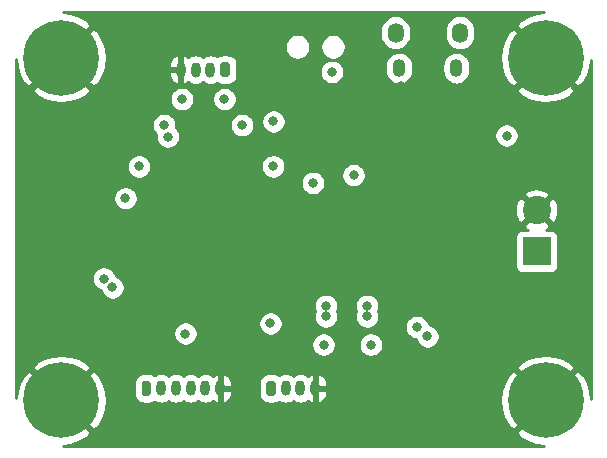
<source format=gbr>
%TF.GenerationSoftware,KiCad,Pcbnew,(5.1.10)-1*%
%TF.CreationDate,2021-06-24T14:57:30-07:00*%
%TF.ProjectId,stm32l476rg,73746d33-326c-4343-9736-72672e6b6963,rev?*%
%TF.SameCoordinates,Original*%
%TF.FileFunction,Copper,L2,Inr*%
%TF.FilePolarity,Positive*%
%FSLAX46Y46*%
G04 Gerber Fmt 4.6, Leading zero omitted, Abs format (unit mm)*
G04 Created by KiCad (PCBNEW (5.1.10)-1) date 2021-06-24 14:57:30*
%MOMM*%
%LPD*%
G01*
G04 APERTURE LIST*
%TA.AperFunction,ComponentPad*%
%ADD10O,1.100000X1.500000*%
%TD*%
%TA.AperFunction,ComponentPad*%
%ADD11O,1.350000X1.700000*%
%TD*%
%TA.AperFunction,ComponentPad*%
%ADD12C,0.800000*%
%TD*%
%TA.AperFunction,ComponentPad*%
%ADD13C,6.400000*%
%TD*%
%TA.AperFunction,ComponentPad*%
%ADD14O,0.800000X1.300000*%
%TD*%
%TA.AperFunction,ComponentPad*%
%ADD15R,2.400000X2.400000*%
%TD*%
%TA.AperFunction,ComponentPad*%
%ADD16C,2.400000*%
%TD*%
%TA.AperFunction,ViaPad*%
%ADD17C,0.800000*%
%TD*%
%TA.AperFunction,Conductor*%
%ADD18C,0.254000*%
%TD*%
%TA.AperFunction,Conductor*%
%ADD19C,0.100000*%
%TD*%
G04 APERTURE END LIST*
D10*
%TO.N,Net-(J5-Pad6)*%
%TO.C,J5*%
X142445000Y-108885000D03*
X137605000Y-108885000D03*
D11*
X142755000Y-105885000D03*
X137295000Y-105885000D03*
%TD*%
D12*
%TO.N,GND*%
%TO.C,H1*%
X110697056Y-106302944D03*
X109000000Y-105600000D03*
X107302944Y-106302944D03*
X106600000Y-108000000D03*
X107302944Y-109697056D03*
X109000000Y-110400000D03*
X110697056Y-109697056D03*
X111400000Y-108000000D03*
D13*
X109000000Y-108000000D03*
%TD*%
D12*
%TO.N,GND*%
%TO.C,H2*%
X151697056Y-106302944D03*
X150000000Y-105600000D03*
X148302944Y-106302944D03*
X147600000Y-108000000D03*
X148302944Y-109697056D03*
X150000000Y-110400000D03*
X151697056Y-109697056D03*
X152400000Y-108000000D03*
D13*
X150000000Y-108000000D03*
%TD*%
%TO.N,GND*%
%TO.C,H3*%
X109000000Y-137000000D03*
D12*
X111400000Y-137000000D03*
X110697056Y-138697056D03*
X109000000Y-139400000D03*
X107302944Y-138697056D03*
X106600000Y-137000000D03*
X107302944Y-135302944D03*
X109000000Y-134600000D03*
X110697056Y-135302944D03*
%TD*%
%TO.N,GND*%
%TO.C,H4*%
X151697056Y-135302944D03*
X150000000Y-134600000D03*
X148302944Y-135302944D03*
X147600000Y-137000000D03*
X148302944Y-138697056D03*
X150000000Y-139400000D03*
X151697056Y-138697056D03*
X152400000Y-137000000D03*
D13*
X150000000Y-137000000D03*
%TD*%
D14*
%TO.N,GND*%
%TO.C,J1*%
X130500000Y-136000000D03*
%TO.N,UART3_RX*%
X129250000Y-136000000D03*
%TO.N,UART3_TX*%
X128000000Y-136000000D03*
%TO.N,+3V3*%
%TA.AperFunction,ComponentPad*%
G36*
G01*
X126350000Y-136450000D02*
X126350000Y-135550000D01*
G75*
G02*
X126550000Y-135350000I200000J0D01*
G01*
X126950000Y-135350000D01*
G75*
G02*
X127150000Y-135550000I0J-200000D01*
G01*
X127150000Y-136450000D01*
G75*
G02*
X126950000Y-136650000I-200000J0D01*
G01*
X126550000Y-136650000D01*
G75*
G02*
X126350000Y-136450000I0J200000D01*
G01*
G37*
%TD.AperFunction*%
%TD*%
%TO.N,+3V3*%
%TO.C,J2*%
%TA.AperFunction,ComponentPad*%
G36*
G01*
X123275000Y-108550000D02*
X123275000Y-109450000D01*
G75*
G02*
X123075000Y-109650000I-200000J0D01*
G01*
X122675000Y-109650000D01*
G75*
G02*
X122475000Y-109450000I0J200000D01*
G01*
X122475000Y-108550000D01*
G75*
G02*
X122675000Y-108350000I200000J0D01*
G01*
X123075000Y-108350000D01*
G75*
G02*
X123275000Y-108550000I0J-200000D01*
G01*
G37*
%TD.AperFunction*%
%TO.N,I2C1_SCL*%
X121625000Y-109000000D03*
%TO.N,I2C1_SDA*%
X120375000Y-109000000D03*
%TO.N,GND*%
X119125000Y-109000000D03*
%TD*%
%TO.N,+3V3*%
%TO.C,J3*%
%TA.AperFunction,ComponentPad*%
G36*
G01*
X115800000Y-136450000D02*
X115800000Y-135550000D01*
G75*
G02*
X116000000Y-135350000I200000J0D01*
G01*
X116400000Y-135350000D01*
G75*
G02*
X116600000Y-135550000I0J-200000D01*
G01*
X116600000Y-136450000D01*
G75*
G02*
X116400000Y-136650000I-200000J0D01*
G01*
X116000000Y-136650000D01*
G75*
G02*
X115800000Y-136450000I0J200000D01*
G01*
G37*
%TD.AperFunction*%
%TO.N,SPI1_CS1*%
X117450000Y-136000000D03*
%TO.N,SPI1_SCK*%
X118700000Y-136000000D03*
%TO.N,SPI1_MISO*%
X119950000Y-136000000D03*
%TO.N,SPI1_MOSI*%
X121200000Y-136000000D03*
%TO.N,GND*%
X122450000Y-136000000D03*
%TD*%
D15*
%TO.N,+9V*%
%TO.C,J6*%
X149250000Y-124400000D03*
D16*
%TO.N,GND*%
X149250000Y-120900000D03*
%TD*%
D17*
%TO.N,GND*%
X135400000Y-111660000D03*
X135400000Y-114200000D03*
X135400000Y-115470000D03*
%TO.N,+3V3*%
X133750000Y-117950000D03*
X131900000Y-109200000D03*
%TO.N,GND*%
X145800000Y-128000000D03*
X145800000Y-117500000D03*
X111000000Y-125000000D03*
X112000000Y-119200000D03*
X113600000Y-118200000D03*
X113100000Y-116300000D03*
X127400000Y-109400000D03*
X113200000Y-123800000D03*
X114400000Y-123800000D03*
X117800000Y-130600000D03*
X125000000Y-131300000D03*
X138700000Y-110400000D03*
X138700000Y-111300000D03*
X137800000Y-111300000D03*
X137800000Y-110400000D03*
X131100000Y-122600000D03*
X131100000Y-123500000D03*
X138600000Y-120100000D03*
X140000000Y-121600000D03*
X144200000Y-119100000D03*
X144300000Y-127900000D03*
X143300000Y-128300000D03*
X144200000Y-120900000D03*
X144300000Y-126100000D03*
X144300000Y-129100000D03*
X128700000Y-130900000D03*
X129800000Y-130900000D03*
X137100000Y-130900000D03*
X138200000Y-132300000D03*
X139900000Y-126400000D03*
X138900000Y-128600000D03*
X113000000Y-122000000D03*
X109800000Y-122800000D03*
X119700000Y-115400000D03*
X138000000Y-113500000D03*
X130400000Y-120000000D03*
%TO.N,+3V3*%
X146700000Y-114600000D03*
X139100000Y-130800000D03*
X140000000Y-131600000D03*
X135200000Y-132300000D03*
X131200000Y-132300000D03*
X134900000Y-129000000D03*
X134900000Y-129900000D03*
X131400000Y-129000000D03*
X131400000Y-129900000D03*
X113325000Y-127450000D03*
X112600000Y-126700000D03*
X115575000Y-117200000D03*
X117700000Y-113700000D03*
X124300000Y-113700000D03*
X119500000Y-131350000D03*
X126700000Y-130500000D03*
X114425000Y-119900000D03*
X118025000Y-114675000D03*
X130300000Y-118600000D03*
%TO.N,NRST*%
X126942831Y-117192831D03*
X126950000Y-113400000D03*
%TO.N,BOOT0*%
X119200000Y-111500000D03*
X122800000Y-111500000D03*
%TD*%
D18*
%TO.N,GND*%
X149272062Y-104215822D02*
X148547792Y-104430548D01*
X147879330Y-104782445D01*
X147838912Y-104809452D01*
X147478724Y-105299119D01*
X150000000Y-107820395D01*
X150014143Y-107806253D01*
X150193748Y-107985858D01*
X150179605Y-108000000D01*
X152700881Y-110521276D01*
X153190548Y-110161088D01*
X153550849Y-109497118D01*
X153774694Y-108775615D01*
X153840000Y-108152851D01*
X153840001Y-136877996D01*
X153784178Y-136272062D01*
X153569452Y-135547792D01*
X153217555Y-134879330D01*
X153190548Y-134838912D01*
X152700881Y-134478724D01*
X150179605Y-137000000D01*
X150193748Y-137014143D01*
X150014143Y-137193748D01*
X150000000Y-137179605D01*
X147478724Y-139700881D01*
X147838912Y-140190548D01*
X148502882Y-140550849D01*
X149224385Y-140774694D01*
X149847149Y-140840000D01*
X109122015Y-140840000D01*
X109727938Y-140784178D01*
X110452208Y-140569452D01*
X111120670Y-140217555D01*
X111161088Y-140190548D01*
X111521276Y-139700881D01*
X109000000Y-137179605D01*
X108985858Y-137193748D01*
X108806253Y-137014143D01*
X108820395Y-137000000D01*
X109179605Y-137000000D01*
X111700881Y-139521276D01*
X112190548Y-139161088D01*
X112550849Y-138497118D01*
X112774694Y-137775615D01*
X112853480Y-137024305D01*
X112784178Y-136272062D01*
X112570107Y-135550000D01*
X115161928Y-135550000D01*
X115161928Y-136450000D01*
X115178031Y-136613500D01*
X115225722Y-136770716D01*
X115303169Y-136915608D01*
X115407394Y-137042606D01*
X115534392Y-137146831D01*
X115679284Y-137224278D01*
X115836500Y-137271969D01*
X116000000Y-137288072D01*
X116400000Y-137288072D01*
X116563500Y-137271969D01*
X116720716Y-137224278D01*
X116865608Y-137146831D01*
X116891894Y-137125259D01*
X117052008Y-137210841D01*
X117247106Y-137270024D01*
X117450000Y-137290007D01*
X117652895Y-137270024D01*
X117847993Y-137210841D01*
X118027797Y-137114734D01*
X118075001Y-137075995D01*
X118122204Y-137114734D01*
X118302008Y-137210841D01*
X118497106Y-137270024D01*
X118700000Y-137290007D01*
X118902895Y-137270024D01*
X119097993Y-137210841D01*
X119277797Y-137114734D01*
X119325001Y-137075995D01*
X119372204Y-137114734D01*
X119552008Y-137210841D01*
X119747106Y-137270024D01*
X119950000Y-137290007D01*
X120152895Y-137270024D01*
X120347993Y-137210841D01*
X120527797Y-137114734D01*
X120575001Y-137075995D01*
X120622204Y-137114734D01*
X120802008Y-137210841D01*
X120997106Y-137270024D01*
X121200000Y-137290007D01*
X121402895Y-137270024D01*
X121597993Y-137210841D01*
X121777797Y-137114734D01*
X121817938Y-137081791D01*
X121901840Y-137145255D01*
X122087028Y-137234994D01*
X122163877Y-137244666D01*
X122323000Y-137116998D01*
X122323000Y-136127000D01*
X122577000Y-136127000D01*
X122577000Y-137116998D01*
X122736123Y-137244666D01*
X122812972Y-137234994D01*
X122998160Y-137145255D01*
X123162283Y-137021112D01*
X123299033Y-136867336D01*
X123403155Y-136689836D01*
X123470648Y-136495433D01*
X123498918Y-136291599D01*
X123333762Y-136127000D01*
X122577000Y-136127000D01*
X122323000Y-136127000D01*
X122303000Y-136127000D01*
X122303000Y-135873000D01*
X122323000Y-135873000D01*
X122323000Y-134883002D01*
X122577000Y-134883002D01*
X122577000Y-135873000D01*
X123333762Y-135873000D01*
X123498918Y-135708401D01*
X123476950Y-135550000D01*
X125711928Y-135550000D01*
X125711928Y-136450000D01*
X125728031Y-136613500D01*
X125775722Y-136770716D01*
X125853169Y-136915608D01*
X125957394Y-137042606D01*
X126084392Y-137146831D01*
X126229284Y-137224278D01*
X126386500Y-137271969D01*
X126550000Y-137288072D01*
X126950000Y-137288072D01*
X127113500Y-137271969D01*
X127270716Y-137224278D01*
X127415608Y-137146831D01*
X127441894Y-137125259D01*
X127602008Y-137210841D01*
X127797106Y-137270024D01*
X128000000Y-137290007D01*
X128202895Y-137270024D01*
X128397993Y-137210841D01*
X128577797Y-137114734D01*
X128625001Y-137075995D01*
X128672204Y-137114734D01*
X128852008Y-137210841D01*
X129047106Y-137270024D01*
X129250000Y-137290007D01*
X129452895Y-137270024D01*
X129647993Y-137210841D01*
X129827797Y-137114734D01*
X129867938Y-137081791D01*
X129951840Y-137145255D01*
X130137028Y-137234994D01*
X130213877Y-137244666D01*
X130373000Y-137116998D01*
X130373000Y-136127000D01*
X130627000Y-136127000D01*
X130627000Y-137116998D01*
X130786123Y-137244666D01*
X130862972Y-137234994D01*
X131048160Y-137145255D01*
X131212283Y-137021112D01*
X131252671Y-136975695D01*
X146146520Y-136975695D01*
X146215822Y-137727938D01*
X146430548Y-138452208D01*
X146782445Y-139120670D01*
X146809452Y-139161088D01*
X147299119Y-139521276D01*
X149820395Y-137000000D01*
X147299119Y-134478724D01*
X146809452Y-134838912D01*
X146449151Y-135502882D01*
X146225306Y-136224385D01*
X146146520Y-136975695D01*
X131252671Y-136975695D01*
X131349033Y-136867336D01*
X131453155Y-136689836D01*
X131520648Y-136495433D01*
X131548918Y-136291599D01*
X131383762Y-136127000D01*
X130627000Y-136127000D01*
X130373000Y-136127000D01*
X130353000Y-136127000D01*
X130353000Y-135873000D01*
X130373000Y-135873000D01*
X130373000Y-134883002D01*
X130627000Y-134883002D01*
X130627000Y-135873000D01*
X131383762Y-135873000D01*
X131548918Y-135708401D01*
X131520648Y-135504567D01*
X131453155Y-135310164D01*
X131349033Y-135132664D01*
X131212283Y-134978888D01*
X131048160Y-134854745D01*
X130862972Y-134765006D01*
X130786123Y-134755334D01*
X130627000Y-134883002D01*
X130373000Y-134883002D01*
X130213877Y-134755334D01*
X130137028Y-134765006D01*
X129951840Y-134854745D01*
X129867938Y-134918209D01*
X129827797Y-134885266D01*
X129647992Y-134789159D01*
X129452894Y-134729976D01*
X129250000Y-134709993D01*
X129047105Y-134729976D01*
X128852007Y-134789159D01*
X128672203Y-134885266D01*
X128625000Y-134924004D01*
X128577797Y-134885266D01*
X128397992Y-134789159D01*
X128202894Y-134729976D01*
X128000000Y-134709993D01*
X127797105Y-134729976D01*
X127602007Y-134789159D01*
X127441894Y-134874741D01*
X127415608Y-134853169D01*
X127270716Y-134775722D01*
X127113500Y-134728031D01*
X126950000Y-134711928D01*
X126550000Y-134711928D01*
X126386500Y-134728031D01*
X126229284Y-134775722D01*
X126084392Y-134853169D01*
X125957394Y-134957394D01*
X125853169Y-135084392D01*
X125775722Y-135229284D01*
X125728031Y-135386500D01*
X125711928Y-135550000D01*
X123476950Y-135550000D01*
X123470648Y-135504567D01*
X123403155Y-135310164D01*
X123299033Y-135132664D01*
X123162283Y-134978888D01*
X122998160Y-134854745D01*
X122812972Y-134765006D01*
X122736123Y-134755334D01*
X122577000Y-134883002D01*
X122323000Y-134883002D01*
X122163877Y-134755334D01*
X122087028Y-134765006D01*
X121901840Y-134854745D01*
X121817938Y-134918209D01*
X121777797Y-134885266D01*
X121597992Y-134789159D01*
X121402894Y-134729976D01*
X121200000Y-134709993D01*
X120997105Y-134729976D01*
X120802007Y-134789159D01*
X120622203Y-134885266D01*
X120575000Y-134924004D01*
X120527797Y-134885266D01*
X120347992Y-134789159D01*
X120152894Y-134729976D01*
X119950000Y-134709993D01*
X119747105Y-134729976D01*
X119552007Y-134789159D01*
X119372203Y-134885266D01*
X119325000Y-134924004D01*
X119277797Y-134885266D01*
X119097992Y-134789159D01*
X118902894Y-134729976D01*
X118700000Y-134709993D01*
X118497105Y-134729976D01*
X118302007Y-134789159D01*
X118122203Y-134885266D01*
X118075000Y-134924004D01*
X118027797Y-134885266D01*
X117847992Y-134789159D01*
X117652894Y-134729976D01*
X117450000Y-134709993D01*
X117247105Y-134729976D01*
X117052007Y-134789159D01*
X116891894Y-134874741D01*
X116865608Y-134853169D01*
X116720716Y-134775722D01*
X116563500Y-134728031D01*
X116400000Y-134711928D01*
X116000000Y-134711928D01*
X115836500Y-134728031D01*
X115679284Y-134775722D01*
X115534392Y-134853169D01*
X115407394Y-134957394D01*
X115303169Y-135084392D01*
X115225722Y-135229284D01*
X115178031Y-135386500D01*
X115161928Y-135550000D01*
X112570107Y-135550000D01*
X112569452Y-135547792D01*
X112217555Y-134879330D01*
X112190548Y-134838912D01*
X111700881Y-134478724D01*
X109179605Y-137000000D01*
X108820395Y-137000000D01*
X106299119Y-134478724D01*
X105809452Y-134838912D01*
X105449151Y-135502882D01*
X105225306Y-136224385D01*
X105160000Y-136847149D01*
X105160000Y-134299119D01*
X106478724Y-134299119D01*
X109000000Y-136820395D01*
X111521276Y-134299119D01*
X147478724Y-134299119D01*
X150000000Y-136820395D01*
X152521276Y-134299119D01*
X152161088Y-133809452D01*
X151497118Y-133449151D01*
X150775615Y-133225306D01*
X150024305Y-133146520D01*
X149272062Y-133215822D01*
X148547792Y-133430548D01*
X147879330Y-133782445D01*
X147838912Y-133809452D01*
X147478724Y-134299119D01*
X111521276Y-134299119D01*
X111161088Y-133809452D01*
X110497118Y-133449151D01*
X109775615Y-133225306D01*
X109024305Y-133146520D01*
X108272062Y-133215822D01*
X107547792Y-133430548D01*
X106879330Y-133782445D01*
X106838912Y-133809452D01*
X106478724Y-134299119D01*
X105160000Y-134299119D01*
X105160000Y-131248061D01*
X118465000Y-131248061D01*
X118465000Y-131451939D01*
X118504774Y-131651898D01*
X118582795Y-131840256D01*
X118696063Y-132009774D01*
X118840226Y-132153937D01*
X119009744Y-132267205D01*
X119198102Y-132345226D01*
X119398061Y-132385000D01*
X119601939Y-132385000D01*
X119801898Y-132345226D01*
X119990256Y-132267205D01*
X120093737Y-132198061D01*
X130165000Y-132198061D01*
X130165000Y-132401939D01*
X130204774Y-132601898D01*
X130282795Y-132790256D01*
X130396063Y-132959774D01*
X130540226Y-133103937D01*
X130709744Y-133217205D01*
X130898102Y-133295226D01*
X131098061Y-133335000D01*
X131301939Y-133335000D01*
X131501898Y-133295226D01*
X131690256Y-133217205D01*
X131859774Y-133103937D01*
X132003937Y-132959774D01*
X132117205Y-132790256D01*
X132195226Y-132601898D01*
X132235000Y-132401939D01*
X132235000Y-132198061D01*
X134165000Y-132198061D01*
X134165000Y-132401939D01*
X134204774Y-132601898D01*
X134282795Y-132790256D01*
X134396063Y-132959774D01*
X134540226Y-133103937D01*
X134709744Y-133217205D01*
X134898102Y-133295226D01*
X135098061Y-133335000D01*
X135301939Y-133335000D01*
X135501898Y-133295226D01*
X135690256Y-133217205D01*
X135859774Y-133103937D01*
X136003937Y-132959774D01*
X136117205Y-132790256D01*
X136195226Y-132601898D01*
X136235000Y-132401939D01*
X136235000Y-132198061D01*
X136195226Y-131998102D01*
X136117205Y-131809744D01*
X136003937Y-131640226D01*
X135859774Y-131496063D01*
X135690256Y-131382795D01*
X135501898Y-131304774D01*
X135301939Y-131265000D01*
X135098061Y-131265000D01*
X134898102Y-131304774D01*
X134709744Y-131382795D01*
X134540226Y-131496063D01*
X134396063Y-131640226D01*
X134282795Y-131809744D01*
X134204774Y-131998102D01*
X134165000Y-132198061D01*
X132235000Y-132198061D01*
X132195226Y-131998102D01*
X132117205Y-131809744D01*
X132003937Y-131640226D01*
X131859774Y-131496063D01*
X131690256Y-131382795D01*
X131501898Y-131304774D01*
X131301939Y-131265000D01*
X131098061Y-131265000D01*
X130898102Y-131304774D01*
X130709744Y-131382795D01*
X130540226Y-131496063D01*
X130396063Y-131640226D01*
X130282795Y-131809744D01*
X130204774Y-131998102D01*
X130165000Y-132198061D01*
X120093737Y-132198061D01*
X120159774Y-132153937D01*
X120303937Y-132009774D01*
X120417205Y-131840256D01*
X120495226Y-131651898D01*
X120535000Y-131451939D01*
X120535000Y-131248061D01*
X120495226Y-131048102D01*
X120417205Y-130859744D01*
X120303937Y-130690226D01*
X120159774Y-130546063D01*
X119990256Y-130432795D01*
X119906402Y-130398061D01*
X125665000Y-130398061D01*
X125665000Y-130601939D01*
X125704774Y-130801898D01*
X125782795Y-130990256D01*
X125896063Y-131159774D01*
X126040226Y-131303937D01*
X126209744Y-131417205D01*
X126398102Y-131495226D01*
X126598061Y-131535000D01*
X126801939Y-131535000D01*
X127001898Y-131495226D01*
X127190256Y-131417205D01*
X127359774Y-131303937D01*
X127503937Y-131159774D01*
X127617205Y-130990256D01*
X127695226Y-130801898D01*
X127735000Y-130601939D01*
X127735000Y-130398061D01*
X127695226Y-130198102D01*
X127617205Y-130009744D01*
X127503937Y-129840226D01*
X127359774Y-129696063D01*
X127190256Y-129582795D01*
X127001898Y-129504774D01*
X126801939Y-129465000D01*
X126598061Y-129465000D01*
X126398102Y-129504774D01*
X126209744Y-129582795D01*
X126040226Y-129696063D01*
X125896063Y-129840226D01*
X125782795Y-130009744D01*
X125704774Y-130198102D01*
X125665000Y-130398061D01*
X119906402Y-130398061D01*
X119801898Y-130354774D01*
X119601939Y-130315000D01*
X119398061Y-130315000D01*
X119198102Y-130354774D01*
X119009744Y-130432795D01*
X118840226Y-130546063D01*
X118696063Y-130690226D01*
X118582795Y-130859744D01*
X118504774Y-131048102D01*
X118465000Y-131248061D01*
X105160000Y-131248061D01*
X105160000Y-128898061D01*
X130365000Y-128898061D01*
X130365000Y-129101939D01*
X130404774Y-129301898D01*
X130466120Y-129450000D01*
X130404774Y-129598102D01*
X130365000Y-129798061D01*
X130365000Y-130001939D01*
X130404774Y-130201898D01*
X130482795Y-130390256D01*
X130596063Y-130559774D01*
X130740226Y-130703937D01*
X130909744Y-130817205D01*
X131098102Y-130895226D01*
X131298061Y-130935000D01*
X131501939Y-130935000D01*
X131701898Y-130895226D01*
X131890256Y-130817205D01*
X132059774Y-130703937D01*
X132203937Y-130559774D01*
X132317205Y-130390256D01*
X132395226Y-130201898D01*
X132435000Y-130001939D01*
X132435000Y-129798061D01*
X132395226Y-129598102D01*
X132333880Y-129450000D01*
X132395226Y-129301898D01*
X132435000Y-129101939D01*
X132435000Y-128898061D01*
X133865000Y-128898061D01*
X133865000Y-129101939D01*
X133904774Y-129301898D01*
X133966120Y-129450000D01*
X133904774Y-129598102D01*
X133865000Y-129798061D01*
X133865000Y-130001939D01*
X133904774Y-130201898D01*
X133982795Y-130390256D01*
X134096063Y-130559774D01*
X134240226Y-130703937D01*
X134409744Y-130817205D01*
X134598102Y-130895226D01*
X134798061Y-130935000D01*
X135001939Y-130935000D01*
X135201898Y-130895226D01*
X135390256Y-130817205D01*
X135559774Y-130703937D01*
X135565650Y-130698061D01*
X138065000Y-130698061D01*
X138065000Y-130901939D01*
X138104774Y-131101898D01*
X138182795Y-131290256D01*
X138296063Y-131459774D01*
X138440226Y-131603937D01*
X138609744Y-131717205D01*
X138798102Y-131795226D01*
X138991196Y-131833634D01*
X139004774Y-131901898D01*
X139082795Y-132090256D01*
X139196063Y-132259774D01*
X139340226Y-132403937D01*
X139509744Y-132517205D01*
X139698102Y-132595226D01*
X139898061Y-132635000D01*
X140101939Y-132635000D01*
X140301898Y-132595226D01*
X140490256Y-132517205D01*
X140659774Y-132403937D01*
X140803937Y-132259774D01*
X140917205Y-132090256D01*
X140995226Y-131901898D01*
X141035000Y-131701939D01*
X141035000Y-131498061D01*
X140995226Y-131298102D01*
X140917205Y-131109744D01*
X140803937Y-130940226D01*
X140659774Y-130796063D01*
X140490256Y-130682795D01*
X140301898Y-130604774D01*
X140108804Y-130566366D01*
X140095226Y-130498102D01*
X140017205Y-130309744D01*
X139903937Y-130140226D01*
X139759774Y-129996063D01*
X139590256Y-129882795D01*
X139401898Y-129804774D01*
X139201939Y-129765000D01*
X138998061Y-129765000D01*
X138798102Y-129804774D01*
X138609744Y-129882795D01*
X138440226Y-129996063D01*
X138296063Y-130140226D01*
X138182795Y-130309744D01*
X138104774Y-130498102D01*
X138065000Y-130698061D01*
X135565650Y-130698061D01*
X135703937Y-130559774D01*
X135817205Y-130390256D01*
X135895226Y-130201898D01*
X135935000Y-130001939D01*
X135935000Y-129798061D01*
X135895226Y-129598102D01*
X135833880Y-129450000D01*
X135895226Y-129301898D01*
X135935000Y-129101939D01*
X135935000Y-128898061D01*
X135895226Y-128698102D01*
X135817205Y-128509744D01*
X135703937Y-128340226D01*
X135559774Y-128196063D01*
X135390256Y-128082795D01*
X135201898Y-128004774D01*
X135001939Y-127965000D01*
X134798061Y-127965000D01*
X134598102Y-128004774D01*
X134409744Y-128082795D01*
X134240226Y-128196063D01*
X134096063Y-128340226D01*
X133982795Y-128509744D01*
X133904774Y-128698102D01*
X133865000Y-128898061D01*
X132435000Y-128898061D01*
X132395226Y-128698102D01*
X132317205Y-128509744D01*
X132203937Y-128340226D01*
X132059774Y-128196063D01*
X131890256Y-128082795D01*
X131701898Y-128004774D01*
X131501939Y-127965000D01*
X131298061Y-127965000D01*
X131098102Y-128004774D01*
X130909744Y-128082795D01*
X130740226Y-128196063D01*
X130596063Y-128340226D01*
X130482795Y-128509744D01*
X130404774Y-128698102D01*
X130365000Y-128898061D01*
X105160000Y-128898061D01*
X105160000Y-126598061D01*
X111565000Y-126598061D01*
X111565000Y-126801939D01*
X111604774Y-127001898D01*
X111682795Y-127190256D01*
X111796063Y-127359774D01*
X111940226Y-127503937D01*
X112109744Y-127617205D01*
X112298102Y-127695226D01*
X112319342Y-127699451D01*
X112329774Y-127751898D01*
X112407795Y-127940256D01*
X112521063Y-128109774D01*
X112665226Y-128253937D01*
X112834744Y-128367205D01*
X113023102Y-128445226D01*
X113223061Y-128485000D01*
X113426939Y-128485000D01*
X113626898Y-128445226D01*
X113815256Y-128367205D01*
X113984774Y-128253937D01*
X114128937Y-128109774D01*
X114242205Y-127940256D01*
X114320226Y-127751898D01*
X114360000Y-127551939D01*
X114360000Y-127348061D01*
X114320226Y-127148102D01*
X114242205Y-126959744D01*
X114128937Y-126790226D01*
X113984774Y-126646063D01*
X113815256Y-126532795D01*
X113626898Y-126454774D01*
X113605658Y-126450549D01*
X113595226Y-126398102D01*
X113517205Y-126209744D01*
X113403937Y-126040226D01*
X113259774Y-125896063D01*
X113090256Y-125782795D01*
X112901898Y-125704774D01*
X112701939Y-125665000D01*
X112498061Y-125665000D01*
X112298102Y-125704774D01*
X112109744Y-125782795D01*
X111940226Y-125896063D01*
X111796063Y-126040226D01*
X111682795Y-126209744D01*
X111604774Y-126398102D01*
X111565000Y-126598061D01*
X105160000Y-126598061D01*
X105160000Y-123200000D01*
X147411928Y-123200000D01*
X147411928Y-125600000D01*
X147424188Y-125724482D01*
X147460498Y-125844180D01*
X147519463Y-125954494D01*
X147598815Y-126051185D01*
X147695506Y-126130537D01*
X147805820Y-126189502D01*
X147925518Y-126225812D01*
X148050000Y-126238072D01*
X150450000Y-126238072D01*
X150574482Y-126225812D01*
X150694180Y-126189502D01*
X150804494Y-126130537D01*
X150901185Y-126051185D01*
X150980537Y-125954494D01*
X151039502Y-125844180D01*
X151075812Y-125724482D01*
X151088072Y-125600000D01*
X151088072Y-123200000D01*
X151075812Y-123075518D01*
X151039502Y-122955820D01*
X150980537Y-122845506D01*
X150901185Y-122748815D01*
X150804494Y-122669463D01*
X150694180Y-122610498D01*
X150574482Y-122574188D01*
X150450000Y-122561928D01*
X150043097Y-122561928D01*
X150228486Y-122462836D01*
X150348374Y-122177980D01*
X149250000Y-121079605D01*
X148151626Y-122177980D01*
X148271514Y-122462836D01*
X148470912Y-122561928D01*
X148050000Y-122561928D01*
X147925518Y-122574188D01*
X147805820Y-122610498D01*
X147695506Y-122669463D01*
X147598815Y-122748815D01*
X147519463Y-122845506D01*
X147460498Y-122955820D01*
X147424188Y-123075518D01*
X147411928Y-123200000D01*
X105160000Y-123200000D01*
X105160000Y-120954684D01*
X147406933Y-120954684D01*
X147453015Y-121313198D01*
X147568154Y-121655833D01*
X147687164Y-121878486D01*
X147972020Y-121998374D01*
X149070395Y-120900000D01*
X149429605Y-120900000D01*
X150527980Y-121998374D01*
X150812836Y-121878486D01*
X150973699Y-121554790D01*
X151068322Y-121205931D01*
X151093067Y-120845316D01*
X151046985Y-120486802D01*
X150931846Y-120144167D01*
X150812836Y-119921514D01*
X150527980Y-119801626D01*
X149429605Y-120900000D01*
X149070395Y-120900000D01*
X147972020Y-119801626D01*
X147687164Y-119921514D01*
X147526301Y-120245210D01*
X147431678Y-120594069D01*
X147406933Y-120954684D01*
X105160000Y-120954684D01*
X105160000Y-119798061D01*
X113390000Y-119798061D01*
X113390000Y-120001939D01*
X113429774Y-120201898D01*
X113507795Y-120390256D01*
X113621063Y-120559774D01*
X113765226Y-120703937D01*
X113934744Y-120817205D01*
X114123102Y-120895226D01*
X114323061Y-120935000D01*
X114526939Y-120935000D01*
X114726898Y-120895226D01*
X114915256Y-120817205D01*
X115084774Y-120703937D01*
X115228937Y-120559774D01*
X115342205Y-120390256D01*
X115420226Y-120201898D01*
X115460000Y-120001939D01*
X115460000Y-119798061D01*
X115420226Y-119598102D01*
X115342205Y-119409744D01*
X115228937Y-119240226D01*
X115084774Y-119096063D01*
X114915256Y-118982795D01*
X114726898Y-118904774D01*
X114526939Y-118865000D01*
X114323061Y-118865000D01*
X114123102Y-118904774D01*
X113934744Y-118982795D01*
X113765226Y-119096063D01*
X113621063Y-119240226D01*
X113507795Y-119409744D01*
X113429774Y-119598102D01*
X113390000Y-119798061D01*
X105160000Y-119798061D01*
X105160000Y-118498061D01*
X129265000Y-118498061D01*
X129265000Y-118701939D01*
X129304774Y-118901898D01*
X129382795Y-119090256D01*
X129496063Y-119259774D01*
X129640226Y-119403937D01*
X129809744Y-119517205D01*
X129998102Y-119595226D01*
X130198061Y-119635000D01*
X130401939Y-119635000D01*
X130467194Y-119622020D01*
X148151626Y-119622020D01*
X149250000Y-120720395D01*
X150348374Y-119622020D01*
X150228486Y-119337164D01*
X149904790Y-119176301D01*
X149555931Y-119081678D01*
X149195316Y-119056933D01*
X148836802Y-119103015D01*
X148494167Y-119218154D01*
X148271514Y-119337164D01*
X148151626Y-119622020D01*
X130467194Y-119622020D01*
X130601898Y-119595226D01*
X130790256Y-119517205D01*
X130959774Y-119403937D01*
X131103937Y-119259774D01*
X131217205Y-119090256D01*
X131295226Y-118901898D01*
X131335000Y-118701939D01*
X131335000Y-118498061D01*
X131295226Y-118298102D01*
X131217205Y-118109744D01*
X131103937Y-117940226D01*
X131011772Y-117848061D01*
X132715000Y-117848061D01*
X132715000Y-118051939D01*
X132754774Y-118251898D01*
X132832795Y-118440256D01*
X132946063Y-118609774D01*
X133090226Y-118753937D01*
X133259744Y-118867205D01*
X133448102Y-118945226D01*
X133648061Y-118985000D01*
X133851939Y-118985000D01*
X134051898Y-118945226D01*
X134240256Y-118867205D01*
X134409774Y-118753937D01*
X134553937Y-118609774D01*
X134667205Y-118440256D01*
X134745226Y-118251898D01*
X134785000Y-118051939D01*
X134785000Y-117848061D01*
X134745226Y-117648102D01*
X134667205Y-117459744D01*
X134553937Y-117290226D01*
X134409774Y-117146063D01*
X134240256Y-117032795D01*
X134051898Y-116954774D01*
X133851939Y-116915000D01*
X133648061Y-116915000D01*
X133448102Y-116954774D01*
X133259744Y-117032795D01*
X133090226Y-117146063D01*
X132946063Y-117290226D01*
X132832795Y-117459744D01*
X132754774Y-117648102D01*
X132715000Y-117848061D01*
X131011772Y-117848061D01*
X130959774Y-117796063D01*
X130790256Y-117682795D01*
X130601898Y-117604774D01*
X130401939Y-117565000D01*
X130198061Y-117565000D01*
X129998102Y-117604774D01*
X129809744Y-117682795D01*
X129640226Y-117796063D01*
X129496063Y-117940226D01*
X129382795Y-118109744D01*
X129304774Y-118298102D01*
X129265000Y-118498061D01*
X105160000Y-118498061D01*
X105160000Y-117098061D01*
X114540000Y-117098061D01*
X114540000Y-117301939D01*
X114579774Y-117501898D01*
X114657795Y-117690256D01*
X114771063Y-117859774D01*
X114915226Y-118003937D01*
X115084744Y-118117205D01*
X115273102Y-118195226D01*
X115473061Y-118235000D01*
X115676939Y-118235000D01*
X115876898Y-118195226D01*
X116065256Y-118117205D01*
X116234774Y-118003937D01*
X116378937Y-117859774D01*
X116492205Y-117690256D01*
X116570226Y-117501898D01*
X116610000Y-117301939D01*
X116610000Y-117098061D01*
X116608575Y-117090892D01*
X125907831Y-117090892D01*
X125907831Y-117294770D01*
X125947605Y-117494729D01*
X126025626Y-117683087D01*
X126138894Y-117852605D01*
X126283057Y-117996768D01*
X126452575Y-118110036D01*
X126640933Y-118188057D01*
X126840892Y-118227831D01*
X127044770Y-118227831D01*
X127244729Y-118188057D01*
X127433087Y-118110036D01*
X127602605Y-117996768D01*
X127746768Y-117852605D01*
X127860036Y-117683087D01*
X127938057Y-117494729D01*
X127977831Y-117294770D01*
X127977831Y-117090892D01*
X127938057Y-116890933D01*
X127860036Y-116702575D01*
X127746768Y-116533057D01*
X127602605Y-116388894D01*
X127433087Y-116275626D01*
X127244729Y-116197605D01*
X127044770Y-116157831D01*
X126840892Y-116157831D01*
X126640933Y-116197605D01*
X126452575Y-116275626D01*
X126283057Y-116388894D01*
X126138894Y-116533057D01*
X126025626Y-116702575D01*
X125947605Y-116890933D01*
X125907831Y-117090892D01*
X116608575Y-117090892D01*
X116570226Y-116898102D01*
X116492205Y-116709744D01*
X116378937Y-116540226D01*
X116234774Y-116396063D01*
X116065256Y-116282795D01*
X115876898Y-116204774D01*
X115676939Y-116165000D01*
X115473061Y-116165000D01*
X115273102Y-116204774D01*
X115084744Y-116282795D01*
X114915226Y-116396063D01*
X114771063Y-116540226D01*
X114657795Y-116709744D01*
X114579774Y-116898102D01*
X114540000Y-117098061D01*
X105160000Y-117098061D01*
X105160000Y-113598061D01*
X116665000Y-113598061D01*
X116665000Y-113801939D01*
X116704774Y-114001898D01*
X116782795Y-114190256D01*
X116896063Y-114359774D01*
X117009801Y-114473512D01*
X116990000Y-114573061D01*
X116990000Y-114776939D01*
X117029774Y-114976898D01*
X117107795Y-115165256D01*
X117221063Y-115334774D01*
X117365226Y-115478937D01*
X117534744Y-115592205D01*
X117723102Y-115670226D01*
X117923061Y-115710000D01*
X118126939Y-115710000D01*
X118326898Y-115670226D01*
X118515256Y-115592205D01*
X118684774Y-115478937D01*
X118828937Y-115334774D01*
X118942205Y-115165256D01*
X119020226Y-114976898D01*
X119060000Y-114776939D01*
X119060000Y-114573061D01*
X119020226Y-114373102D01*
X118942205Y-114184744D01*
X118828937Y-114015226D01*
X118715199Y-113901488D01*
X118735000Y-113801939D01*
X118735000Y-113598061D01*
X123265000Y-113598061D01*
X123265000Y-113801939D01*
X123304774Y-114001898D01*
X123382795Y-114190256D01*
X123496063Y-114359774D01*
X123640226Y-114503937D01*
X123809744Y-114617205D01*
X123998102Y-114695226D01*
X124198061Y-114735000D01*
X124401939Y-114735000D01*
X124601898Y-114695226D01*
X124790256Y-114617205D01*
X124959774Y-114503937D01*
X124965650Y-114498061D01*
X145665000Y-114498061D01*
X145665000Y-114701939D01*
X145704774Y-114901898D01*
X145782795Y-115090256D01*
X145896063Y-115259774D01*
X146040226Y-115403937D01*
X146209744Y-115517205D01*
X146398102Y-115595226D01*
X146598061Y-115635000D01*
X146801939Y-115635000D01*
X147001898Y-115595226D01*
X147190256Y-115517205D01*
X147359774Y-115403937D01*
X147503937Y-115259774D01*
X147617205Y-115090256D01*
X147695226Y-114901898D01*
X147735000Y-114701939D01*
X147735000Y-114498061D01*
X147695226Y-114298102D01*
X147617205Y-114109744D01*
X147503937Y-113940226D01*
X147359774Y-113796063D01*
X147190256Y-113682795D01*
X147001898Y-113604774D01*
X146801939Y-113565000D01*
X146598061Y-113565000D01*
X146398102Y-113604774D01*
X146209744Y-113682795D01*
X146040226Y-113796063D01*
X145896063Y-113940226D01*
X145782795Y-114109744D01*
X145704774Y-114298102D01*
X145665000Y-114498061D01*
X124965650Y-114498061D01*
X125103937Y-114359774D01*
X125217205Y-114190256D01*
X125295226Y-114001898D01*
X125335000Y-113801939D01*
X125335000Y-113598061D01*
X125295226Y-113398102D01*
X125253788Y-113298061D01*
X125915000Y-113298061D01*
X125915000Y-113501939D01*
X125954774Y-113701898D01*
X126032795Y-113890256D01*
X126146063Y-114059774D01*
X126290226Y-114203937D01*
X126459744Y-114317205D01*
X126648102Y-114395226D01*
X126848061Y-114435000D01*
X127051939Y-114435000D01*
X127251898Y-114395226D01*
X127440256Y-114317205D01*
X127609774Y-114203937D01*
X127753937Y-114059774D01*
X127867205Y-113890256D01*
X127945226Y-113701898D01*
X127985000Y-113501939D01*
X127985000Y-113298061D01*
X127945226Y-113098102D01*
X127867205Y-112909744D01*
X127753937Y-112740226D01*
X127609774Y-112596063D01*
X127440256Y-112482795D01*
X127251898Y-112404774D01*
X127051939Y-112365000D01*
X126848061Y-112365000D01*
X126648102Y-112404774D01*
X126459744Y-112482795D01*
X126290226Y-112596063D01*
X126146063Y-112740226D01*
X126032795Y-112909744D01*
X125954774Y-113098102D01*
X125915000Y-113298061D01*
X125253788Y-113298061D01*
X125217205Y-113209744D01*
X125103937Y-113040226D01*
X124959774Y-112896063D01*
X124790256Y-112782795D01*
X124601898Y-112704774D01*
X124401939Y-112665000D01*
X124198061Y-112665000D01*
X123998102Y-112704774D01*
X123809744Y-112782795D01*
X123640226Y-112896063D01*
X123496063Y-113040226D01*
X123382795Y-113209744D01*
X123304774Y-113398102D01*
X123265000Y-113598061D01*
X118735000Y-113598061D01*
X118695226Y-113398102D01*
X118617205Y-113209744D01*
X118503937Y-113040226D01*
X118359774Y-112896063D01*
X118190256Y-112782795D01*
X118001898Y-112704774D01*
X117801939Y-112665000D01*
X117598061Y-112665000D01*
X117398102Y-112704774D01*
X117209744Y-112782795D01*
X117040226Y-112896063D01*
X116896063Y-113040226D01*
X116782795Y-113209744D01*
X116704774Y-113398102D01*
X116665000Y-113598061D01*
X105160000Y-113598061D01*
X105160000Y-110700881D01*
X106478724Y-110700881D01*
X106838912Y-111190548D01*
X107502882Y-111550849D01*
X108224385Y-111774694D01*
X108975695Y-111853480D01*
X109727938Y-111784178D01*
X110452208Y-111569452D01*
X110777781Y-111398061D01*
X118165000Y-111398061D01*
X118165000Y-111601939D01*
X118204774Y-111801898D01*
X118282795Y-111990256D01*
X118396063Y-112159774D01*
X118540226Y-112303937D01*
X118709744Y-112417205D01*
X118898102Y-112495226D01*
X119098061Y-112535000D01*
X119301939Y-112535000D01*
X119501898Y-112495226D01*
X119690256Y-112417205D01*
X119859774Y-112303937D01*
X120003937Y-112159774D01*
X120117205Y-111990256D01*
X120195226Y-111801898D01*
X120235000Y-111601939D01*
X120235000Y-111398061D01*
X121765000Y-111398061D01*
X121765000Y-111601939D01*
X121804774Y-111801898D01*
X121882795Y-111990256D01*
X121996063Y-112159774D01*
X122140226Y-112303937D01*
X122309744Y-112417205D01*
X122498102Y-112495226D01*
X122698061Y-112535000D01*
X122901939Y-112535000D01*
X123101898Y-112495226D01*
X123290256Y-112417205D01*
X123459774Y-112303937D01*
X123603937Y-112159774D01*
X123717205Y-111990256D01*
X123795226Y-111801898D01*
X123835000Y-111601939D01*
X123835000Y-111398061D01*
X123795226Y-111198102D01*
X123717205Y-111009744D01*
X123603937Y-110840226D01*
X123464592Y-110700881D01*
X147478724Y-110700881D01*
X147838912Y-111190548D01*
X148502882Y-111550849D01*
X149224385Y-111774694D01*
X149975695Y-111853480D01*
X150727938Y-111784178D01*
X151452208Y-111569452D01*
X152120670Y-111217555D01*
X152161088Y-111190548D01*
X152521276Y-110700881D01*
X150000000Y-108179605D01*
X147478724Y-110700881D01*
X123464592Y-110700881D01*
X123459774Y-110696063D01*
X123290256Y-110582795D01*
X123101898Y-110504774D01*
X122901939Y-110465000D01*
X122698061Y-110465000D01*
X122498102Y-110504774D01*
X122309744Y-110582795D01*
X122140226Y-110696063D01*
X121996063Y-110840226D01*
X121882795Y-111009744D01*
X121804774Y-111198102D01*
X121765000Y-111398061D01*
X120235000Y-111398061D01*
X120195226Y-111198102D01*
X120117205Y-111009744D01*
X120003937Y-110840226D01*
X119859774Y-110696063D01*
X119690256Y-110582795D01*
X119501898Y-110504774D01*
X119301939Y-110465000D01*
X119098061Y-110465000D01*
X118898102Y-110504774D01*
X118709744Y-110582795D01*
X118540226Y-110696063D01*
X118396063Y-110840226D01*
X118282795Y-111009744D01*
X118204774Y-111198102D01*
X118165000Y-111398061D01*
X110777781Y-111398061D01*
X111120670Y-111217555D01*
X111161088Y-111190548D01*
X111521276Y-110700881D01*
X109000000Y-108179605D01*
X106478724Y-110700881D01*
X105160000Y-110700881D01*
X105160000Y-108122015D01*
X105215822Y-108727938D01*
X105430548Y-109452208D01*
X105782445Y-110120670D01*
X105809452Y-110161088D01*
X106299119Y-110521276D01*
X108820395Y-108000000D01*
X109179605Y-108000000D01*
X111700881Y-110521276D01*
X112190548Y-110161088D01*
X112550849Y-109497118D01*
X112614610Y-109291599D01*
X118076082Y-109291599D01*
X118104352Y-109495433D01*
X118171845Y-109689836D01*
X118275967Y-109867336D01*
X118412717Y-110021112D01*
X118576840Y-110145255D01*
X118762028Y-110234994D01*
X118838877Y-110244666D01*
X118998000Y-110116998D01*
X118998000Y-109127000D01*
X118241238Y-109127000D01*
X118076082Y-109291599D01*
X112614610Y-109291599D01*
X112774694Y-108775615D01*
X112781742Y-108708401D01*
X118076082Y-108708401D01*
X118241238Y-108873000D01*
X118998000Y-108873000D01*
X118998000Y-107883002D01*
X119252000Y-107883002D01*
X119252000Y-108873000D01*
X119272000Y-108873000D01*
X119272000Y-109127000D01*
X119252000Y-109127000D01*
X119252000Y-110116998D01*
X119411123Y-110244666D01*
X119487972Y-110234994D01*
X119673160Y-110145255D01*
X119757062Y-110081791D01*
X119797203Y-110114734D01*
X119977007Y-110210841D01*
X120172105Y-110270024D01*
X120375000Y-110290007D01*
X120577894Y-110270024D01*
X120772992Y-110210841D01*
X120952797Y-110114734D01*
X121000000Y-110075996D01*
X121047203Y-110114734D01*
X121227007Y-110210841D01*
X121422105Y-110270024D01*
X121625000Y-110290007D01*
X121827894Y-110270024D01*
X122022992Y-110210841D01*
X122183106Y-110125259D01*
X122209392Y-110146831D01*
X122354284Y-110224278D01*
X122511500Y-110271969D01*
X122675000Y-110288072D01*
X123075000Y-110288072D01*
X123238500Y-110271969D01*
X123395716Y-110224278D01*
X123540608Y-110146831D01*
X123667606Y-110042606D01*
X123771831Y-109915608D01*
X123849278Y-109770716D01*
X123896969Y-109613500D01*
X123913072Y-109450000D01*
X123913072Y-109098061D01*
X130865000Y-109098061D01*
X130865000Y-109301939D01*
X130904774Y-109501898D01*
X130982795Y-109690256D01*
X131096063Y-109859774D01*
X131240226Y-110003937D01*
X131409744Y-110117205D01*
X131598102Y-110195226D01*
X131798061Y-110235000D01*
X132001939Y-110235000D01*
X132201898Y-110195226D01*
X132390256Y-110117205D01*
X132559774Y-110003937D01*
X132703937Y-109859774D01*
X132817205Y-109690256D01*
X132895226Y-109501898D01*
X132935000Y-109301939D01*
X132935000Y-109098061D01*
X132895226Y-108898102D01*
X132817205Y-108709744D01*
X132761780Y-108626793D01*
X136420000Y-108626793D01*
X136420000Y-109143206D01*
X136437147Y-109317299D01*
X136504906Y-109540673D01*
X136614942Y-109746535D01*
X136763025Y-109926975D01*
X136943464Y-110075058D01*
X137149326Y-110185094D01*
X137372700Y-110252853D01*
X137605000Y-110275733D01*
X137837299Y-110252853D01*
X138060673Y-110185094D01*
X138266535Y-110075058D01*
X138446975Y-109926975D01*
X138595058Y-109746536D01*
X138705094Y-109540674D01*
X138772853Y-109317300D01*
X138790000Y-109143207D01*
X138790000Y-108626794D01*
X138790000Y-108626793D01*
X141260000Y-108626793D01*
X141260000Y-109143206D01*
X141277147Y-109317299D01*
X141344906Y-109540673D01*
X141454942Y-109746535D01*
X141603025Y-109926975D01*
X141783464Y-110075058D01*
X141989326Y-110185094D01*
X142212700Y-110252853D01*
X142445000Y-110275733D01*
X142677299Y-110252853D01*
X142900673Y-110185094D01*
X143106535Y-110075058D01*
X143286975Y-109926975D01*
X143435058Y-109746536D01*
X143545094Y-109540674D01*
X143612853Y-109317300D01*
X143630000Y-109143207D01*
X143630000Y-108626794D01*
X143612853Y-108452701D01*
X143545094Y-108229327D01*
X143435058Y-108023464D01*
X143395855Y-107975695D01*
X146146520Y-107975695D01*
X146215822Y-108727938D01*
X146430548Y-109452208D01*
X146782445Y-110120670D01*
X146809452Y-110161088D01*
X147299119Y-110521276D01*
X149820395Y-108000000D01*
X147299119Y-105478724D01*
X146809452Y-105838912D01*
X146449151Y-106502882D01*
X146225306Y-107224385D01*
X146146520Y-107975695D01*
X143395855Y-107975695D01*
X143286975Y-107843025D01*
X143106536Y-107694942D01*
X142900674Y-107584906D01*
X142677300Y-107517147D01*
X142445000Y-107494267D01*
X142212701Y-107517147D01*
X141989327Y-107584906D01*
X141783465Y-107694942D01*
X141603026Y-107843025D01*
X141454943Y-108023464D01*
X141344906Y-108229326D01*
X141277147Y-108452700D01*
X141260000Y-108626793D01*
X138790000Y-108626793D01*
X138772853Y-108452701D01*
X138705094Y-108229327D01*
X138595058Y-108023464D01*
X138446975Y-107843025D01*
X138266536Y-107694942D01*
X138060674Y-107584906D01*
X137837300Y-107517147D01*
X137605000Y-107494267D01*
X137372701Y-107517147D01*
X137149327Y-107584906D01*
X136943465Y-107694942D01*
X136763026Y-107843025D01*
X136614943Y-108023464D01*
X136504906Y-108229326D01*
X136437147Y-108452700D01*
X136420000Y-108626793D01*
X132761780Y-108626793D01*
X132703937Y-108540226D01*
X132559774Y-108396063D01*
X132390256Y-108282795D01*
X132201898Y-108204774D01*
X132001939Y-108165000D01*
X131798061Y-108165000D01*
X131598102Y-108204774D01*
X131409744Y-108282795D01*
X131240226Y-108396063D01*
X131096063Y-108540226D01*
X130982795Y-108709744D01*
X130904774Y-108898102D01*
X130865000Y-109098061D01*
X123913072Y-109098061D01*
X123913072Y-108550000D01*
X123896969Y-108386500D01*
X123849278Y-108229284D01*
X123771831Y-108084392D01*
X123667606Y-107957394D01*
X123540608Y-107853169D01*
X123395716Y-107775722D01*
X123238500Y-107728031D01*
X123075000Y-107711928D01*
X122675000Y-107711928D01*
X122511500Y-107728031D01*
X122354284Y-107775722D01*
X122209392Y-107853169D01*
X122183106Y-107874741D01*
X122022993Y-107789159D01*
X121827895Y-107729976D01*
X121625000Y-107709993D01*
X121422106Y-107729976D01*
X121227008Y-107789159D01*
X121047204Y-107885266D01*
X121000001Y-107924005D01*
X120952797Y-107885266D01*
X120772993Y-107789159D01*
X120577895Y-107729976D01*
X120375000Y-107709993D01*
X120172106Y-107729976D01*
X119977008Y-107789159D01*
X119797204Y-107885266D01*
X119757063Y-107918209D01*
X119673160Y-107854745D01*
X119487972Y-107765006D01*
X119411123Y-107755334D01*
X119252000Y-107883002D01*
X118998000Y-107883002D01*
X118838877Y-107755334D01*
X118762028Y-107765006D01*
X118576840Y-107854745D01*
X118412717Y-107978888D01*
X118275967Y-108132664D01*
X118171845Y-108310164D01*
X118104352Y-108504567D01*
X118076082Y-108708401D01*
X112781742Y-108708401D01*
X112853480Y-108024305D01*
X112784178Y-107272062D01*
X112692591Y-106963137D01*
X127915000Y-106963137D01*
X127915000Y-107176863D01*
X127956696Y-107386483D01*
X128038485Y-107583940D01*
X128157225Y-107761647D01*
X128308353Y-107912775D01*
X128486060Y-108031515D01*
X128683517Y-108113304D01*
X128893137Y-108155000D01*
X129106863Y-108155000D01*
X129316483Y-108113304D01*
X129513940Y-108031515D01*
X129691647Y-107912775D01*
X129842775Y-107761647D01*
X129961515Y-107583940D01*
X130043304Y-107386483D01*
X130085000Y-107176863D01*
X130085000Y-106963137D01*
X130915000Y-106963137D01*
X130915000Y-107176863D01*
X130956696Y-107386483D01*
X131038485Y-107583940D01*
X131157225Y-107761647D01*
X131308353Y-107912775D01*
X131486060Y-108031515D01*
X131683517Y-108113304D01*
X131893137Y-108155000D01*
X132106863Y-108155000D01*
X132316483Y-108113304D01*
X132513940Y-108031515D01*
X132691647Y-107912775D01*
X132842775Y-107761647D01*
X132961515Y-107583940D01*
X133043304Y-107386483D01*
X133085000Y-107176863D01*
X133085000Y-106963137D01*
X133043304Y-106753517D01*
X132961515Y-106556060D01*
X132842775Y-106378353D01*
X132691647Y-106227225D01*
X132513940Y-106108485D01*
X132316483Y-106026696D01*
X132106863Y-105985000D01*
X131893137Y-105985000D01*
X131683517Y-106026696D01*
X131486060Y-106108485D01*
X131308353Y-106227225D01*
X131157225Y-106378353D01*
X131038485Y-106556060D01*
X130956696Y-106753517D01*
X130915000Y-106963137D01*
X130085000Y-106963137D01*
X130043304Y-106753517D01*
X129961515Y-106556060D01*
X129842775Y-106378353D01*
X129691647Y-106227225D01*
X129513940Y-106108485D01*
X129316483Y-106026696D01*
X129106863Y-105985000D01*
X128893137Y-105985000D01*
X128683517Y-106026696D01*
X128486060Y-106108485D01*
X128308353Y-106227225D01*
X128157225Y-106378353D01*
X128038485Y-106556060D01*
X127956696Y-106753517D01*
X127915000Y-106963137D01*
X112692591Y-106963137D01*
X112569452Y-106547792D01*
X112217555Y-105879330D01*
X112190548Y-105838912D01*
X111927812Y-105645649D01*
X135985000Y-105645649D01*
X135985000Y-106124350D01*
X136003955Y-106316804D01*
X136078862Y-106563740D01*
X136200505Y-106791317D01*
X136364208Y-106990792D01*
X136563682Y-107154495D01*
X136791259Y-107276138D01*
X137038195Y-107351045D01*
X137295000Y-107376338D01*
X137551804Y-107351045D01*
X137798740Y-107276138D01*
X138026317Y-107154495D01*
X138225792Y-106990792D01*
X138389495Y-106791318D01*
X138511138Y-106563741D01*
X138586045Y-106316805D01*
X138605000Y-106124351D01*
X138605000Y-105645650D01*
X138605000Y-105645649D01*
X141445000Y-105645649D01*
X141445000Y-106124350D01*
X141463955Y-106316804D01*
X141538862Y-106563740D01*
X141660505Y-106791317D01*
X141824208Y-106990792D01*
X142023682Y-107154495D01*
X142251259Y-107276138D01*
X142498195Y-107351045D01*
X142755000Y-107376338D01*
X143011804Y-107351045D01*
X143258740Y-107276138D01*
X143486317Y-107154495D01*
X143685792Y-106990792D01*
X143849495Y-106791318D01*
X143971138Y-106563741D01*
X144046045Y-106316805D01*
X144065000Y-106124351D01*
X144065000Y-105645650D01*
X144046045Y-105453196D01*
X143971138Y-105206260D01*
X143849495Y-104978682D01*
X143685792Y-104779208D01*
X143486318Y-104615505D01*
X143258741Y-104493862D01*
X143011805Y-104418955D01*
X142755000Y-104393662D01*
X142498196Y-104418955D01*
X142251260Y-104493862D01*
X142023683Y-104615505D01*
X141824209Y-104779208D01*
X141660505Y-104978682D01*
X141538862Y-105206259D01*
X141463955Y-105453195D01*
X141445000Y-105645649D01*
X138605000Y-105645649D01*
X138586045Y-105453196D01*
X138511138Y-105206260D01*
X138389495Y-104978682D01*
X138225792Y-104779208D01*
X138026318Y-104615505D01*
X137798741Y-104493862D01*
X137551805Y-104418955D01*
X137295000Y-104393662D01*
X137038196Y-104418955D01*
X136791260Y-104493862D01*
X136563683Y-104615505D01*
X136364209Y-104779208D01*
X136200505Y-104978682D01*
X136078862Y-105206259D01*
X136003955Y-105453195D01*
X135985000Y-105645649D01*
X111927812Y-105645649D01*
X111700881Y-105478724D01*
X109179605Y-108000000D01*
X108820395Y-108000000D01*
X108806253Y-107985858D01*
X108985858Y-107806253D01*
X109000000Y-107820395D01*
X111521276Y-105299119D01*
X111161088Y-104809452D01*
X110497118Y-104449151D01*
X109775615Y-104225306D01*
X109152851Y-104160000D01*
X149877985Y-104160000D01*
X149272062Y-104215822D01*
%TA.AperFunction,Conductor*%
D19*
G36*
X149272062Y-104215822D02*
G01*
X148547792Y-104430548D01*
X147879330Y-104782445D01*
X147838912Y-104809452D01*
X147478724Y-105299119D01*
X150000000Y-107820395D01*
X150014143Y-107806253D01*
X150193748Y-107985858D01*
X150179605Y-108000000D01*
X152700881Y-110521276D01*
X153190548Y-110161088D01*
X153550849Y-109497118D01*
X153774694Y-108775615D01*
X153840000Y-108152851D01*
X153840001Y-136877996D01*
X153784178Y-136272062D01*
X153569452Y-135547792D01*
X153217555Y-134879330D01*
X153190548Y-134838912D01*
X152700881Y-134478724D01*
X150179605Y-137000000D01*
X150193748Y-137014143D01*
X150014143Y-137193748D01*
X150000000Y-137179605D01*
X147478724Y-139700881D01*
X147838912Y-140190548D01*
X148502882Y-140550849D01*
X149224385Y-140774694D01*
X149847149Y-140840000D01*
X109122015Y-140840000D01*
X109727938Y-140784178D01*
X110452208Y-140569452D01*
X111120670Y-140217555D01*
X111161088Y-140190548D01*
X111521276Y-139700881D01*
X109000000Y-137179605D01*
X108985858Y-137193748D01*
X108806253Y-137014143D01*
X108820395Y-137000000D01*
X109179605Y-137000000D01*
X111700881Y-139521276D01*
X112190548Y-139161088D01*
X112550849Y-138497118D01*
X112774694Y-137775615D01*
X112853480Y-137024305D01*
X112784178Y-136272062D01*
X112570107Y-135550000D01*
X115161928Y-135550000D01*
X115161928Y-136450000D01*
X115178031Y-136613500D01*
X115225722Y-136770716D01*
X115303169Y-136915608D01*
X115407394Y-137042606D01*
X115534392Y-137146831D01*
X115679284Y-137224278D01*
X115836500Y-137271969D01*
X116000000Y-137288072D01*
X116400000Y-137288072D01*
X116563500Y-137271969D01*
X116720716Y-137224278D01*
X116865608Y-137146831D01*
X116891894Y-137125259D01*
X117052008Y-137210841D01*
X117247106Y-137270024D01*
X117450000Y-137290007D01*
X117652895Y-137270024D01*
X117847993Y-137210841D01*
X118027797Y-137114734D01*
X118075001Y-137075995D01*
X118122204Y-137114734D01*
X118302008Y-137210841D01*
X118497106Y-137270024D01*
X118700000Y-137290007D01*
X118902895Y-137270024D01*
X119097993Y-137210841D01*
X119277797Y-137114734D01*
X119325001Y-137075995D01*
X119372204Y-137114734D01*
X119552008Y-137210841D01*
X119747106Y-137270024D01*
X119950000Y-137290007D01*
X120152895Y-137270024D01*
X120347993Y-137210841D01*
X120527797Y-137114734D01*
X120575001Y-137075995D01*
X120622204Y-137114734D01*
X120802008Y-137210841D01*
X120997106Y-137270024D01*
X121200000Y-137290007D01*
X121402895Y-137270024D01*
X121597993Y-137210841D01*
X121777797Y-137114734D01*
X121817938Y-137081791D01*
X121901840Y-137145255D01*
X122087028Y-137234994D01*
X122163877Y-137244666D01*
X122323000Y-137116998D01*
X122323000Y-136127000D01*
X122577000Y-136127000D01*
X122577000Y-137116998D01*
X122736123Y-137244666D01*
X122812972Y-137234994D01*
X122998160Y-137145255D01*
X123162283Y-137021112D01*
X123299033Y-136867336D01*
X123403155Y-136689836D01*
X123470648Y-136495433D01*
X123498918Y-136291599D01*
X123333762Y-136127000D01*
X122577000Y-136127000D01*
X122323000Y-136127000D01*
X122303000Y-136127000D01*
X122303000Y-135873000D01*
X122323000Y-135873000D01*
X122323000Y-134883002D01*
X122577000Y-134883002D01*
X122577000Y-135873000D01*
X123333762Y-135873000D01*
X123498918Y-135708401D01*
X123476950Y-135550000D01*
X125711928Y-135550000D01*
X125711928Y-136450000D01*
X125728031Y-136613500D01*
X125775722Y-136770716D01*
X125853169Y-136915608D01*
X125957394Y-137042606D01*
X126084392Y-137146831D01*
X126229284Y-137224278D01*
X126386500Y-137271969D01*
X126550000Y-137288072D01*
X126950000Y-137288072D01*
X127113500Y-137271969D01*
X127270716Y-137224278D01*
X127415608Y-137146831D01*
X127441894Y-137125259D01*
X127602008Y-137210841D01*
X127797106Y-137270024D01*
X128000000Y-137290007D01*
X128202895Y-137270024D01*
X128397993Y-137210841D01*
X128577797Y-137114734D01*
X128625001Y-137075995D01*
X128672204Y-137114734D01*
X128852008Y-137210841D01*
X129047106Y-137270024D01*
X129250000Y-137290007D01*
X129452895Y-137270024D01*
X129647993Y-137210841D01*
X129827797Y-137114734D01*
X129867938Y-137081791D01*
X129951840Y-137145255D01*
X130137028Y-137234994D01*
X130213877Y-137244666D01*
X130373000Y-137116998D01*
X130373000Y-136127000D01*
X130627000Y-136127000D01*
X130627000Y-137116998D01*
X130786123Y-137244666D01*
X130862972Y-137234994D01*
X131048160Y-137145255D01*
X131212283Y-137021112D01*
X131252671Y-136975695D01*
X146146520Y-136975695D01*
X146215822Y-137727938D01*
X146430548Y-138452208D01*
X146782445Y-139120670D01*
X146809452Y-139161088D01*
X147299119Y-139521276D01*
X149820395Y-137000000D01*
X147299119Y-134478724D01*
X146809452Y-134838912D01*
X146449151Y-135502882D01*
X146225306Y-136224385D01*
X146146520Y-136975695D01*
X131252671Y-136975695D01*
X131349033Y-136867336D01*
X131453155Y-136689836D01*
X131520648Y-136495433D01*
X131548918Y-136291599D01*
X131383762Y-136127000D01*
X130627000Y-136127000D01*
X130373000Y-136127000D01*
X130353000Y-136127000D01*
X130353000Y-135873000D01*
X130373000Y-135873000D01*
X130373000Y-134883002D01*
X130627000Y-134883002D01*
X130627000Y-135873000D01*
X131383762Y-135873000D01*
X131548918Y-135708401D01*
X131520648Y-135504567D01*
X131453155Y-135310164D01*
X131349033Y-135132664D01*
X131212283Y-134978888D01*
X131048160Y-134854745D01*
X130862972Y-134765006D01*
X130786123Y-134755334D01*
X130627000Y-134883002D01*
X130373000Y-134883002D01*
X130213877Y-134755334D01*
X130137028Y-134765006D01*
X129951840Y-134854745D01*
X129867938Y-134918209D01*
X129827797Y-134885266D01*
X129647992Y-134789159D01*
X129452894Y-134729976D01*
X129250000Y-134709993D01*
X129047105Y-134729976D01*
X128852007Y-134789159D01*
X128672203Y-134885266D01*
X128625000Y-134924004D01*
X128577797Y-134885266D01*
X128397992Y-134789159D01*
X128202894Y-134729976D01*
X128000000Y-134709993D01*
X127797105Y-134729976D01*
X127602007Y-134789159D01*
X127441894Y-134874741D01*
X127415608Y-134853169D01*
X127270716Y-134775722D01*
X127113500Y-134728031D01*
X126950000Y-134711928D01*
X126550000Y-134711928D01*
X126386500Y-134728031D01*
X126229284Y-134775722D01*
X126084392Y-134853169D01*
X125957394Y-134957394D01*
X125853169Y-135084392D01*
X125775722Y-135229284D01*
X125728031Y-135386500D01*
X125711928Y-135550000D01*
X123476950Y-135550000D01*
X123470648Y-135504567D01*
X123403155Y-135310164D01*
X123299033Y-135132664D01*
X123162283Y-134978888D01*
X122998160Y-134854745D01*
X122812972Y-134765006D01*
X122736123Y-134755334D01*
X122577000Y-134883002D01*
X122323000Y-134883002D01*
X122163877Y-134755334D01*
X122087028Y-134765006D01*
X121901840Y-134854745D01*
X121817938Y-134918209D01*
X121777797Y-134885266D01*
X121597992Y-134789159D01*
X121402894Y-134729976D01*
X121200000Y-134709993D01*
X120997105Y-134729976D01*
X120802007Y-134789159D01*
X120622203Y-134885266D01*
X120575000Y-134924004D01*
X120527797Y-134885266D01*
X120347992Y-134789159D01*
X120152894Y-134729976D01*
X119950000Y-134709993D01*
X119747105Y-134729976D01*
X119552007Y-134789159D01*
X119372203Y-134885266D01*
X119325000Y-134924004D01*
X119277797Y-134885266D01*
X119097992Y-134789159D01*
X118902894Y-134729976D01*
X118700000Y-134709993D01*
X118497105Y-134729976D01*
X118302007Y-134789159D01*
X118122203Y-134885266D01*
X118075000Y-134924004D01*
X118027797Y-134885266D01*
X117847992Y-134789159D01*
X117652894Y-134729976D01*
X117450000Y-134709993D01*
X117247105Y-134729976D01*
X117052007Y-134789159D01*
X116891894Y-134874741D01*
X116865608Y-134853169D01*
X116720716Y-134775722D01*
X116563500Y-134728031D01*
X116400000Y-134711928D01*
X116000000Y-134711928D01*
X115836500Y-134728031D01*
X115679284Y-134775722D01*
X115534392Y-134853169D01*
X115407394Y-134957394D01*
X115303169Y-135084392D01*
X115225722Y-135229284D01*
X115178031Y-135386500D01*
X115161928Y-135550000D01*
X112570107Y-135550000D01*
X112569452Y-135547792D01*
X112217555Y-134879330D01*
X112190548Y-134838912D01*
X111700881Y-134478724D01*
X109179605Y-137000000D01*
X108820395Y-137000000D01*
X106299119Y-134478724D01*
X105809452Y-134838912D01*
X105449151Y-135502882D01*
X105225306Y-136224385D01*
X105160000Y-136847149D01*
X105160000Y-134299119D01*
X106478724Y-134299119D01*
X109000000Y-136820395D01*
X111521276Y-134299119D01*
X147478724Y-134299119D01*
X150000000Y-136820395D01*
X152521276Y-134299119D01*
X152161088Y-133809452D01*
X151497118Y-133449151D01*
X150775615Y-133225306D01*
X150024305Y-133146520D01*
X149272062Y-133215822D01*
X148547792Y-133430548D01*
X147879330Y-133782445D01*
X147838912Y-133809452D01*
X147478724Y-134299119D01*
X111521276Y-134299119D01*
X111161088Y-133809452D01*
X110497118Y-133449151D01*
X109775615Y-133225306D01*
X109024305Y-133146520D01*
X108272062Y-133215822D01*
X107547792Y-133430548D01*
X106879330Y-133782445D01*
X106838912Y-133809452D01*
X106478724Y-134299119D01*
X105160000Y-134299119D01*
X105160000Y-131248061D01*
X118465000Y-131248061D01*
X118465000Y-131451939D01*
X118504774Y-131651898D01*
X118582795Y-131840256D01*
X118696063Y-132009774D01*
X118840226Y-132153937D01*
X119009744Y-132267205D01*
X119198102Y-132345226D01*
X119398061Y-132385000D01*
X119601939Y-132385000D01*
X119801898Y-132345226D01*
X119990256Y-132267205D01*
X120093737Y-132198061D01*
X130165000Y-132198061D01*
X130165000Y-132401939D01*
X130204774Y-132601898D01*
X130282795Y-132790256D01*
X130396063Y-132959774D01*
X130540226Y-133103937D01*
X130709744Y-133217205D01*
X130898102Y-133295226D01*
X131098061Y-133335000D01*
X131301939Y-133335000D01*
X131501898Y-133295226D01*
X131690256Y-133217205D01*
X131859774Y-133103937D01*
X132003937Y-132959774D01*
X132117205Y-132790256D01*
X132195226Y-132601898D01*
X132235000Y-132401939D01*
X132235000Y-132198061D01*
X134165000Y-132198061D01*
X134165000Y-132401939D01*
X134204774Y-132601898D01*
X134282795Y-132790256D01*
X134396063Y-132959774D01*
X134540226Y-133103937D01*
X134709744Y-133217205D01*
X134898102Y-133295226D01*
X135098061Y-133335000D01*
X135301939Y-133335000D01*
X135501898Y-133295226D01*
X135690256Y-133217205D01*
X135859774Y-133103937D01*
X136003937Y-132959774D01*
X136117205Y-132790256D01*
X136195226Y-132601898D01*
X136235000Y-132401939D01*
X136235000Y-132198061D01*
X136195226Y-131998102D01*
X136117205Y-131809744D01*
X136003937Y-131640226D01*
X135859774Y-131496063D01*
X135690256Y-131382795D01*
X135501898Y-131304774D01*
X135301939Y-131265000D01*
X135098061Y-131265000D01*
X134898102Y-131304774D01*
X134709744Y-131382795D01*
X134540226Y-131496063D01*
X134396063Y-131640226D01*
X134282795Y-131809744D01*
X134204774Y-131998102D01*
X134165000Y-132198061D01*
X132235000Y-132198061D01*
X132195226Y-131998102D01*
X132117205Y-131809744D01*
X132003937Y-131640226D01*
X131859774Y-131496063D01*
X131690256Y-131382795D01*
X131501898Y-131304774D01*
X131301939Y-131265000D01*
X131098061Y-131265000D01*
X130898102Y-131304774D01*
X130709744Y-131382795D01*
X130540226Y-131496063D01*
X130396063Y-131640226D01*
X130282795Y-131809744D01*
X130204774Y-131998102D01*
X130165000Y-132198061D01*
X120093737Y-132198061D01*
X120159774Y-132153937D01*
X120303937Y-132009774D01*
X120417205Y-131840256D01*
X120495226Y-131651898D01*
X120535000Y-131451939D01*
X120535000Y-131248061D01*
X120495226Y-131048102D01*
X120417205Y-130859744D01*
X120303937Y-130690226D01*
X120159774Y-130546063D01*
X119990256Y-130432795D01*
X119906402Y-130398061D01*
X125665000Y-130398061D01*
X125665000Y-130601939D01*
X125704774Y-130801898D01*
X125782795Y-130990256D01*
X125896063Y-131159774D01*
X126040226Y-131303937D01*
X126209744Y-131417205D01*
X126398102Y-131495226D01*
X126598061Y-131535000D01*
X126801939Y-131535000D01*
X127001898Y-131495226D01*
X127190256Y-131417205D01*
X127359774Y-131303937D01*
X127503937Y-131159774D01*
X127617205Y-130990256D01*
X127695226Y-130801898D01*
X127735000Y-130601939D01*
X127735000Y-130398061D01*
X127695226Y-130198102D01*
X127617205Y-130009744D01*
X127503937Y-129840226D01*
X127359774Y-129696063D01*
X127190256Y-129582795D01*
X127001898Y-129504774D01*
X126801939Y-129465000D01*
X126598061Y-129465000D01*
X126398102Y-129504774D01*
X126209744Y-129582795D01*
X126040226Y-129696063D01*
X125896063Y-129840226D01*
X125782795Y-130009744D01*
X125704774Y-130198102D01*
X125665000Y-130398061D01*
X119906402Y-130398061D01*
X119801898Y-130354774D01*
X119601939Y-130315000D01*
X119398061Y-130315000D01*
X119198102Y-130354774D01*
X119009744Y-130432795D01*
X118840226Y-130546063D01*
X118696063Y-130690226D01*
X118582795Y-130859744D01*
X118504774Y-131048102D01*
X118465000Y-131248061D01*
X105160000Y-131248061D01*
X105160000Y-128898061D01*
X130365000Y-128898061D01*
X130365000Y-129101939D01*
X130404774Y-129301898D01*
X130466120Y-129450000D01*
X130404774Y-129598102D01*
X130365000Y-129798061D01*
X130365000Y-130001939D01*
X130404774Y-130201898D01*
X130482795Y-130390256D01*
X130596063Y-130559774D01*
X130740226Y-130703937D01*
X130909744Y-130817205D01*
X131098102Y-130895226D01*
X131298061Y-130935000D01*
X131501939Y-130935000D01*
X131701898Y-130895226D01*
X131890256Y-130817205D01*
X132059774Y-130703937D01*
X132203937Y-130559774D01*
X132317205Y-130390256D01*
X132395226Y-130201898D01*
X132435000Y-130001939D01*
X132435000Y-129798061D01*
X132395226Y-129598102D01*
X132333880Y-129450000D01*
X132395226Y-129301898D01*
X132435000Y-129101939D01*
X132435000Y-128898061D01*
X133865000Y-128898061D01*
X133865000Y-129101939D01*
X133904774Y-129301898D01*
X133966120Y-129450000D01*
X133904774Y-129598102D01*
X133865000Y-129798061D01*
X133865000Y-130001939D01*
X133904774Y-130201898D01*
X133982795Y-130390256D01*
X134096063Y-130559774D01*
X134240226Y-130703937D01*
X134409744Y-130817205D01*
X134598102Y-130895226D01*
X134798061Y-130935000D01*
X135001939Y-130935000D01*
X135201898Y-130895226D01*
X135390256Y-130817205D01*
X135559774Y-130703937D01*
X135565650Y-130698061D01*
X138065000Y-130698061D01*
X138065000Y-130901939D01*
X138104774Y-131101898D01*
X138182795Y-131290256D01*
X138296063Y-131459774D01*
X138440226Y-131603937D01*
X138609744Y-131717205D01*
X138798102Y-131795226D01*
X138991196Y-131833634D01*
X139004774Y-131901898D01*
X139082795Y-132090256D01*
X139196063Y-132259774D01*
X139340226Y-132403937D01*
X139509744Y-132517205D01*
X139698102Y-132595226D01*
X139898061Y-132635000D01*
X140101939Y-132635000D01*
X140301898Y-132595226D01*
X140490256Y-132517205D01*
X140659774Y-132403937D01*
X140803937Y-132259774D01*
X140917205Y-132090256D01*
X140995226Y-131901898D01*
X141035000Y-131701939D01*
X141035000Y-131498061D01*
X140995226Y-131298102D01*
X140917205Y-131109744D01*
X140803937Y-130940226D01*
X140659774Y-130796063D01*
X140490256Y-130682795D01*
X140301898Y-130604774D01*
X140108804Y-130566366D01*
X140095226Y-130498102D01*
X140017205Y-130309744D01*
X139903937Y-130140226D01*
X139759774Y-129996063D01*
X139590256Y-129882795D01*
X139401898Y-129804774D01*
X139201939Y-129765000D01*
X138998061Y-129765000D01*
X138798102Y-129804774D01*
X138609744Y-129882795D01*
X138440226Y-129996063D01*
X138296063Y-130140226D01*
X138182795Y-130309744D01*
X138104774Y-130498102D01*
X138065000Y-130698061D01*
X135565650Y-130698061D01*
X135703937Y-130559774D01*
X135817205Y-130390256D01*
X135895226Y-130201898D01*
X135935000Y-130001939D01*
X135935000Y-129798061D01*
X135895226Y-129598102D01*
X135833880Y-129450000D01*
X135895226Y-129301898D01*
X135935000Y-129101939D01*
X135935000Y-128898061D01*
X135895226Y-128698102D01*
X135817205Y-128509744D01*
X135703937Y-128340226D01*
X135559774Y-128196063D01*
X135390256Y-128082795D01*
X135201898Y-128004774D01*
X135001939Y-127965000D01*
X134798061Y-127965000D01*
X134598102Y-128004774D01*
X134409744Y-128082795D01*
X134240226Y-128196063D01*
X134096063Y-128340226D01*
X133982795Y-128509744D01*
X133904774Y-128698102D01*
X133865000Y-128898061D01*
X132435000Y-128898061D01*
X132395226Y-128698102D01*
X132317205Y-128509744D01*
X132203937Y-128340226D01*
X132059774Y-128196063D01*
X131890256Y-128082795D01*
X131701898Y-128004774D01*
X131501939Y-127965000D01*
X131298061Y-127965000D01*
X131098102Y-128004774D01*
X130909744Y-128082795D01*
X130740226Y-128196063D01*
X130596063Y-128340226D01*
X130482795Y-128509744D01*
X130404774Y-128698102D01*
X130365000Y-128898061D01*
X105160000Y-128898061D01*
X105160000Y-126598061D01*
X111565000Y-126598061D01*
X111565000Y-126801939D01*
X111604774Y-127001898D01*
X111682795Y-127190256D01*
X111796063Y-127359774D01*
X111940226Y-127503937D01*
X112109744Y-127617205D01*
X112298102Y-127695226D01*
X112319342Y-127699451D01*
X112329774Y-127751898D01*
X112407795Y-127940256D01*
X112521063Y-128109774D01*
X112665226Y-128253937D01*
X112834744Y-128367205D01*
X113023102Y-128445226D01*
X113223061Y-128485000D01*
X113426939Y-128485000D01*
X113626898Y-128445226D01*
X113815256Y-128367205D01*
X113984774Y-128253937D01*
X114128937Y-128109774D01*
X114242205Y-127940256D01*
X114320226Y-127751898D01*
X114360000Y-127551939D01*
X114360000Y-127348061D01*
X114320226Y-127148102D01*
X114242205Y-126959744D01*
X114128937Y-126790226D01*
X113984774Y-126646063D01*
X113815256Y-126532795D01*
X113626898Y-126454774D01*
X113605658Y-126450549D01*
X113595226Y-126398102D01*
X113517205Y-126209744D01*
X113403937Y-126040226D01*
X113259774Y-125896063D01*
X113090256Y-125782795D01*
X112901898Y-125704774D01*
X112701939Y-125665000D01*
X112498061Y-125665000D01*
X112298102Y-125704774D01*
X112109744Y-125782795D01*
X111940226Y-125896063D01*
X111796063Y-126040226D01*
X111682795Y-126209744D01*
X111604774Y-126398102D01*
X111565000Y-126598061D01*
X105160000Y-126598061D01*
X105160000Y-123200000D01*
X147411928Y-123200000D01*
X147411928Y-125600000D01*
X147424188Y-125724482D01*
X147460498Y-125844180D01*
X147519463Y-125954494D01*
X147598815Y-126051185D01*
X147695506Y-126130537D01*
X147805820Y-126189502D01*
X147925518Y-126225812D01*
X148050000Y-126238072D01*
X150450000Y-126238072D01*
X150574482Y-126225812D01*
X150694180Y-126189502D01*
X150804494Y-126130537D01*
X150901185Y-126051185D01*
X150980537Y-125954494D01*
X151039502Y-125844180D01*
X151075812Y-125724482D01*
X151088072Y-125600000D01*
X151088072Y-123200000D01*
X151075812Y-123075518D01*
X151039502Y-122955820D01*
X150980537Y-122845506D01*
X150901185Y-122748815D01*
X150804494Y-122669463D01*
X150694180Y-122610498D01*
X150574482Y-122574188D01*
X150450000Y-122561928D01*
X150043097Y-122561928D01*
X150228486Y-122462836D01*
X150348374Y-122177980D01*
X149250000Y-121079605D01*
X148151626Y-122177980D01*
X148271514Y-122462836D01*
X148470912Y-122561928D01*
X148050000Y-122561928D01*
X147925518Y-122574188D01*
X147805820Y-122610498D01*
X147695506Y-122669463D01*
X147598815Y-122748815D01*
X147519463Y-122845506D01*
X147460498Y-122955820D01*
X147424188Y-123075518D01*
X147411928Y-123200000D01*
X105160000Y-123200000D01*
X105160000Y-120954684D01*
X147406933Y-120954684D01*
X147453015Y-121313198D01*
X147568154Y-121655833D01*
X147687164Y-121878486D01*
X147972020Y-121998374D01*
X149070395Y-120900000D01*
X149429605Y-120900000D01*
X150527980Y-121998374D01*
X150812836Y-121878486D01*
X150973699Y-121554790D01*
X151068322Y-121205931D01*
X151093067Y-120845316D01*
X151046985Y-120486802D01*
X150931846Y-120144167D01*
X150812836Y-119921514D01*
X150527980Y-119801626D01*
X149429605Y-120900000D01*
X149070395Y-120900000D01*
X147972020Y-119801626D01*
X147687164Y-119921514D01*
X147526301Y-120245210D01*
X147431678Y-120594069D01*
X147406933Y-120954684D01*
X105160000Y-120954684D01*
X105160000Y-119798061D01*
X113390000Y-119798061D01*
X113390000Y-120001939D01*
X113429774Y-120201898D01*
X113507795Y-120390256D01*
X113621063Y-120559774D01*
X113765226Y-120703937D01*
X113934744Y-120817205D01*
X114123102Y-120895226D01*
X114323061Y-120935000D01*
X114526939Y-120935000D01*
X114726898Y-120895226D01*
X114915256Y-120817205D01*
X115084774Y-120703937D01*
X115228937Y-120559774D01*
X115342205Y-120390256D01*
X115420226Y-120201898D01*
X115460000Y-120001939D01*
X115460000Y-119798061D01*
X115420226Y-119598102D01*
X115342205Y-119409744D01*
X115228937Y-119240226D01*
X115084774Y-119096063D01*
X114915256Y-118982795D01*
X114726898Y-118904774D01*
X114526939Y-118865000D01*
X114323061Y-118865000D01*
X114123102Y-118904774D01*
X113934744Y-118982795D01*
X113765226Y-119096063D01*
X113621063Y-119240226D01*
X113507795Y-119409744D01*
X113429774Y-119598102D01*
X113390000Y-119798061D01*
X105160000Y-119798061D01*
X105160000Y-118498061D01*
X129265000Y-118498061D01*
X129265000Y-118701939D01*
X129304774Y-118901898D01*
X129382795Y-119090256D01*
X129496063Y-119259774D01*
X129640226Y-119403937D01*
X129809744Y-119517205D01*
X129998102Y-119595226D01*
X130198061Y-119635000D01*
X130401939Y-119635000D01*
X130467194Y-119622020D01*
X148151626Y-119622020D01*
X149250000Y-120720395D01*
X150348374Y-119622020D01*
X150228486Y-119337164D01*
X149904790Y-119176301D01*
X149555931Y-119081678D01*
X149195316Y-119056933D01*
X148836802Y-119103015D01*
X148494167Y-119218154D01*
X148271514Y-119337164D01*
X148151626Y-119622020D01*
X130467194Y-119622020D01*
X130601898Y-119595226D01*
X130790256Y-119517205D01*
X130959774Y-119403937D01*
X131103937Y-119259774D01*
X131217205Y-119090256D01*
X131295226Y-118901898D01*
X131335000Y-118701939D01*
X131335000Y-118498061D01*
X131295226Y-118298102D01*
X131217205Y-118109744D01*
X131103937Y-117940226D01*
X131011772Y-117848061D01*
X132715000Y-117848061D01*
X132715000Y-118051939D01*
X132754774Y-118251898D01*
X132832795Y-118440256D01*
X132946063Y-118609774D01*
X133090226Y-118753937D01*
X133259744Y-118867205D01*
X133448102Y-118945226D01*
X133648061Y-118985000D01*
X133851939Y-118985000D01*
X134051898Y-118945226D01*
X134240256Y-118867205D01*
X134409774Y-118753937D01*
X134553937Y-118609774D01*
X134667205Y-118440256D01*
X134745226Y-118251898D01*
X134785000Y-118051939D01*
X134785000Y-117848061D01*
X134745226Y-117648102D01*
X134667205Y-117459744D01*
X134553937Y-117290226D01*
X134409774Y-117146063D01*
X134240256Y-117032795D01*
X134051898Y-116954774D01*
X133851939Y-116915000D01*
X133648061Y-116915000D01*
X133448102Y-116954774D01*
X133259744Y-117032795D01*
X133090226Y-117146063D01*
X132946063Y-117290226D01*
X132832795Y-117459744D01*
X132754774Y-117648102D01*
X132715000Y-117848061D01*
X131011772Y-117848061D01*
X130959774Y-117796063D01*
X130790256Y-117682795D01*
X130601898Y-117604774D01*
X130401939Y-117565000D01*
X130198061Y-117565000D01*
X129998102Y-117604774D01*
X129809744Y-117682795D01*
X129640226Y-117796063D01*
X129496063Y-117940226D01*
X129382795Y-118109744D01*
X129304774Y-118298102D01*
X129265000Y-118498061D01*
X105160000Y-118498061D01*
X105160000Y-117098061D01*
X114540000Y-117098061D01*
X114540000Y-117301939D01*
X114579774Y-117501898D01*
X114657795Y-117690256D01*
X114771063Y-117859774D01*
X114915226Y-118003937D01*
X115084744Y-118117205D01*
X115273102Y-118195226D01*
X115473061Y-118235000D01*
X115676939Y-118235000D01*
X115876898Y-118195226D01*
X116065256Y-118117205D01*
X116234774Y-118003937D01*
X116378937Y-117859774D01*
X116492205Y-117690256D01*
X116570226Y-117501898D01*
X116610000Y-117301939D01*
X116610000Y-117098061D01*
X116608575Y-117090892D01*
X125907831Y-117090892D01*
X125907831Y-117294770D01*
X125947605Y-117494729D01*
X126025626Y-117683087D01*
X126138894Y-117852605D01*
X126283057Y-117996768D01*
X126452575Y-118110036D01*
X126640933Y-118188057D01*
X126840892Y-118227831D01*
X127044770Y-118227831D01*
X127244729Y-118188057D01*
X127433087Y-118110036D01*
X127602605Y-117996768D01*
X127746768Y-117852605D01*
X127860036Y-117683087D01*
X127938057Y-117494729D01*
X127977831Y-117294770D01*
X127977831Y-117090892D01*
X127938057Y-116890933D01*
X127860036Y-116702575D01*
X127746768Y-116533057D01*
X127602605Y-116388894D01*
X127433087Y-116275626D01*
X127244729Y-116197605D01*
X127044770Y-116157831D01*
X126840892Y-116157831D01*
X126640933Y-116197605D01*
X126452575Y-116275626D01*
X126283057Y-116388894D01*
X126138894Y-116533057D01*
X126025626Y-116702575D01*
X125947605Y-116890933D01*
X125907831Y-117090892D01*
X116608575Y-117090892D01*
X116570226Y-116898102D01*
X116492205Y-116709744D01*
X116378937Y-116540226D01*
X116234774Y-116396063D01*
X116065256Y-116282795D01*
X115876898Y-116204774D01*
X115676939Y-116165000D01*
X115473061Y-116165000D01*
X115273102Y-116204774D01*
X115084744Y-116282795D01*
X114915226Y-116396063D01*
X114771063Y-116540226D01*
X114657795Y-116709744D01*
X114579774Y-116898102D01*
X114540000Y-117098061D01*
X105160000Y-117098061D01*
X105160000Y-113598061D01*
X116665000Y-113598061D01*
X116665000Y-113801939D01*
X116704774Y-114001898D01*
X116782795Y-114190256D01*
X116896063Y-114359774D01*
X117009801Y-114473512D01*
X116990000Y-114573061D01*
X116990000Y-114776939D01*
X117029774Y-114976898D01*
X117107795Y-115165256D01*
X117221063Y-115334774D01*
X117365226Y-115478937D01*
X117534744Y-115592205D01*
X117723102Y-115670226D01*
X117923061Y-115710000D01*
X118126939Y-115710000D01*
X118326898Y-115670226D01*
X118515256Y-115592205D01*
X118684774Y-115478937D01*
X118828937Y-115334774D01*
X118942205Y-115165256D01*
X119020226Y-114976898D01*
X119060000Y-114776939D01*
X119060000Y-114573061D01*
X119020226Y-114373102D01*
X118942205Y-114184744D01*
X118828937Y-114015226D01*
X118715199Y-113901488D01*
X118735000Y-113801939D01*
X118735000Y-113598061D01*
X123265000Y-113598061D01*
X123265000Y-113801939D01*
X123304774Y-114001898D01*
X123382795Y-114190256D01*
X123496063Y-114359774D01*
X123640226Y-114503937D01*
X123809744Y-114617205D01*
X123998102Y-114695226D01*
X124198061Y-114735000D01*
X124401939Y-114735000D01*
X124601898Y-114695226D01*
X124790256Y-114617205D01*
X124959774Y-114503937D01*
X124965650Y-114498061D01*
X145665000Y-114498061D01*
X145665000Y-114701939D01*
X145704774Y-114901898D01*
X145782795Y-115090256D01*
X145896063Y-115259774D01*
X146040226Y-115403937D01*
X146209744Y-115517205D01*
X146398102Y-115595226D01*
X146598061Y-115635000D01*
X146801939Y-115635000D01*
X147001898Y-115595226D01*
X147190256Y-115517205D01*
X147359774Y-115403937D01*
X147503937Y-115259774D01*
X147617205Y-115090256D01*
X147695226Y-114901898D01*
X147735000Y-114701939D01*
X147735000Y-114498061D01*
X147695226Y-114298102D01*
X147617205Y-114109744D01*
X147503937Y-113940226D01*
X147359774Y-113796063D01*
X147190256Y-113682795D01*
X147001898Y-113604774D01*
X146801939Y-113565000D01*
X146598061Y-113565000D01*
X146398102Y-113604774D01*
X146209744Y-113682795D01*
X146040226Y-113796063D01*
X145896063Y-113940226D01*
X145782795Y-114109744D01*
X145704774Y-114298102D01*
X145665000Y-114498061D01*
X124965650Y-114498061D01*
X125103937Y-114359774D01*
X125217205Y-114190256D01*
X125295226Y-114001898D01*
X125335000Y-113801939D01*
X125335000Y-113598061D01*
X125295226Y-113398102D01*
X125253788Y-113298061D01*
X125915000Y-113298061D01*
X125915000Y-113501939D01*
X125954774Y-113701898D01*
X126032795Y-113890256D01*
X126146063Y-114059774D01*
X126290226Y-114203937D01*
X126459744Y-114317205D01*
X126648102Y-114395226D01*
X126848061Y-114435000D01*
X127051939Y-114435000D01*
X127251898Y-114395226D01*
X127440256Y-114317205D01*
X127609774Y-114203937D01*
X127753937Y-114059774D01*
X127867205Y-113890256D01*
X127945226Y-113701898D01*
X127985000Y-113501939D01*
X127985000Y-113298061D01*
X127945226Y-113098102D01*
X127867205Y-112909744D01*
X127753937Y-112740226D01*
X127609774Y-112596063D01*
X127440256Y-112482795D01*
X127251898Y-112404774D01*
X127051939Y-112365000D01*
X126848061Y-112365000D01*
X126648102Y-112404774D01*
X126459744Y-112482795D01*
X126290226Y-112596063D01*
X126146063Y-112740226D01*
X126032795Y-112909744D01*
X125954774Y-113098102D01*
X125915000Y-113298061D01*
X125253788Y-113298061D01*
X125217205Y-113209744D01*
X125103937Y-113040226D01*
X124959774Y-112896063D01*
X124790256Y-112782795D01*
X124601898Y-112704774D01*
X124401939Y-112665000D01*
X124198061Y-112665000D01*
X123998102Y-112704774D01*
X123809744Y-112782795D01*
X123640226Y-112896063D01*
X123496063Y-113040226D01*
X123382795Y-113209744D01*
X123304774Y-113398102D01*
X123265000Y-113598061D01*
X118735000Y-113598061D01*
X118695226Y-113398102D01*
X118617205Y-113209744D01*
X118503937Y-113040226D01*
X118359774Y-112896063D01*
X118190256Y-112782795D01*
X118001898Y-112704774D01*
X117801939Y-112665000D01*
X117598061Y-112665000D01*
X117398102Y-112704774D01*
X117209744Y-112782795D01*
X117040226Y-112896063D01*
X116896063Y-113040226D01*
X116782795Y-113209744D01*
X116704774Y-113398102D01*
X116665000Y-113598061D01*
X105160000Y-113598061D01*
X105160000Y-110700881D01*
X106478724Y-110700881D01*
X106838912Y-111190548D01*
X107502882Y-111550849D01*
X108224385Y-111774694D01*
X108975695Y-111853480D01*
X109727938Y-111784178D01*
X110452208Y-111569452D01*
X110777781Y-111398061D01*
X118165000Y-111398061D01*
X118165000Y-111601939D01*
X118204774Y-111801898D01*
X118282795Y-111990256D01*
X118396063Y-112159774D01*
X118540226Y-112303937D01*
X118709744Y-112417205D01*
X118898102Y-112495226D01*
X119098061Y-112535000D01*
X119301939Y-112535000D01*
X119501898Y-112495226D01*
X119690256Y-112417205D01*
X119859774Y-112303937D01*
X120003937Y-112159774D01*
X120117205Y-111990256D01*
X120195226Y-111801898D01*
X120235000Y-111601939D01*
X120235000Y-111398061D01*
X121765000Y-111398061D01*
X121765000Y-111601939D01*
X121804774Y-111801898D01*
X121882795Y-111990256D01*
X121996063Y-112159774D01*
X122140226Y-112303937D01*
X122309744Y-112417205D01*
X122498102Y-112495226D01*
X122698061Y-112535000D01*
X122901939Y-112535000D01*
X123101898Y-112495226D01*
X123290256Y-112417205D01*
X123459774Y-112303937D01*
X123603937Y-112159774D01*
X123717205Y-111990256D01*
X123795226Y-111801898D01*
X123835000Y-111601939D01*
X123835000Y-111398061D01*
X123795226Y-111198102D01*
X123717205Y-111009744D01*
X123603937Y-110840226D01*
X123464592Y-110700881D01*
X147478724Y-110700881D01*
X147838912Y-111190548D01*
X148502882Y-111550849D01*
X149224385Y-111774694D01*
X149975695Y-111853480D01*
X150727938Y-111784178D01*
X151452208Y-111569452D01*
X152120670Y-111217555D01*
X152161088Y-111190548D01*
X152521276Y-110700881D01*
X150000000Y-108179605D01*
X147478724Y-110700881D01*
X123464592Y-110700881D01*
X123459774Y-110696063D01*
X123290256Y-110582795D01*
X123101898Y-110504774D01*
X122901939Y-110465000D01*
X122698061Y-110465000D01*
X122498102Y-110504774D01*
X122309744Y-110582795D01*
X122140226Y-110696063D01*
X121996063Y-110840226D01*
X121882795Y-111009744D01*
X121804774Y-111198102D01*
X121765000Y-111398061D01*
X120235000Y-111398061D01*
X120195226Y-111198102D01*
X120117205Y-111009744D01*
X120003937Y-110840226D01*
X119859774Y-110696063D01*
X119690256Y-110582795D01*
X119501898Y-110504774D01*
X119301939Y-110465000D01*
X119098061Y-110465000D01*
X118898102Y-110504774D01*
X118709744Y-110582795D01*
X118540226Y-110696063D01*
X118396063Y-110840226D01*
X118282795Y-111009744D01*
X118204774Y-111198102D01*
X118165000Y-111398061D01*
X110777781Y-111398061D01*
X111120670Y-111217555D01*
X111161088Y-111190548D01*
X111521276Y-110700881D01*
X109000000Y-108179605D01*
X106478724Y-110700881D01*
X105160000Y-110700881D01*
X105160000Y-108122015D01*
X105215822Y-108727938D01*
X105430548Y-109452208D01*
X105782445Y-110120670D01*
X105809452Y-110161088D01*
X106299119Y-110521276D01*
X108820395Y-108000000D01*
X109179605Y-108000000D01*
X111700881Y-110521276D01*
X112190548Y-110161088D01*
X112550849Y-109497118D01*
X112614610Y-109291599D01*
X118076082Y-109291599D01*
X118104352Y-109495433D01*
X118171845Y-109689836D01*
X118275967Y-109867336D01*
X118412717Y-110021112D01*
X118576840Y-110145255D01*
X118762028Y-110234994D01*
X118838877Y-110244666D01*
X118998000Y-110116998D01*
X118998000Y-109127000D01*
X118241238Y-109127000D01*
X118076082Y-109291599D01*
X112614610Y-109291599D01*
X112774694Y-108775615D01*
X112781742Y-108708401D01*
X118076082Y-108708401D01*
X118241238Y-108873000D01*
X118998000Y-108873000D01*
X118998000Y-107883002D01*
X119252000Y-107883002D01*
X119252000Y-108873000D01*
X119272000Y-108873000D01*
X119272000Y-109127000D01*
X119252000Y-109127000D01*
X119252000Y-110116998D01*
X119411123Y-110244666D01*
X119487972Y-110234994D01*
X119673160Y-110145255D01*
X119757062Y-110081791D01*
X119797203Y-110114734D01*
X119977007Y-110210841D01*
X120172105Y-110270024D01*
X120375000Y-110290007D01*
X120577894Y-110270024D01*
X120772992Y-110210841D01*
X120952797Y-110114734D01*
X121000000Y-110075996D01*
X121047203Y-110114734D01*
X121227007Y-110210841D01*
X121422105Y-110270024D01*
X121625000Y-110290007D01*
X121827894Y-110270024D01*
X122022992Y-110210841D01*
X122183106Y-110125259D01*
X122209392Y-110146831D01*
X122354284Y-110224278D01*
X122511500Y-110271969D01*
X122675000Y-110288072D01*
X123075000Y-110288072D01*
X123238500Y-110271969D01*
X123395716Y-110224278D01*
X123540608Y-110146831D01*
X123667606Y-110042606D01*
X123771831Y-109915608D01*
X123849278Y-109770716D01*
X123896969Y-109613500D01*
X123913072Y-109450000D01*
X123913072Y-109098061D01*
X130865000Y-109098061D01*
X130865000Y-109301939D01*
X130904774Y-109501898D01*
X130982795Y-109690256D01*
X131096063Y-109859774D01*
X131240226Y-110003937D01*
X131409744Y-110117205D01*
X131598102Y-110195226D01*
X131798061Y-110235000D01*
X132001939Y-110235000D01*
X132201898Y-110195226D01*
X132390256Y-110117205D01*
X132559774Y-110003937D01*
X132703937Y-109859774D01*
X132817205Y-109690256D01*
X132895226Y-109501898D01*
X132935000Y-109301939D01*
X132935000Y-109098061D01*
X132895226Y-108898102D01*
X132817205Y-108709744D01*
X132761780Y-108626793D01*
X136420000Y-108626793D01*
X136420000Y-109143206D01*
X136437147Y-109317299D01*
X136504906Y-109540673D01*
X136614942Y-109746535D01*
X136763025Y-109926975D01*
X136943464Y-110075058D01*
X137149326Y-110185094D01*
X137372700Y-110252853D01*
X137605000Y-110275733D01*
X137837299Y-110252853D01*
X138060673Y-110185094D01*
X138266535Y-110075058D01*
X138446975Y-109926975D01*
X138595058Y-109746536D01*
X138705094Y-109540674D01*
X138772853Y-109317300D01*
X138790000Y-109143207D01*
X138790000Y-108626794D01*
X138790000Y-108626793D01*
X141260000Y-108626793D01*
X141260000Y-109143206D01*
X141277147Y-109317299D01*
X141344906Y-109540673D01*
X141454942Y-109746535D01*
X141603025Y-109926975D01*
X141783464Y-110075058D01*
X141989326Y-110185094D01*
X142212700Y-110252853D01*
X142445000Y-110275733D01*
X142677299Y-110252853D01*
X142900673Y-110185094D01*
X143106535Y-110075058D01*
X143286975Y-109926975D01*
X143435058Y-109746536D01*
X143545094Y-109540674D01*
X143612853Y-109317300D01*
X143630000Y-109143207D01*
X143630000Y-108626794D01*
X143612853Y-108452701D01*
X143545094Y-108229327D01*
X143435058Y-108023464D01*
X143395855Y-107975695D01*
X146146520Y-107975695D01*
X146215822Y-108727938D01*
X146430548Y-109452208D01*
X146782445Y-110120670D01*
X146809452Y-110161088D01*
X147299119Y-110521276D01*
X149820395Y-108000000D01*
X147299119Y-105478724D01*
X146809452Y-105838912D01*
X146449151Y-106502882D01*
X146225306Y-107224385D01*
X146146520Y-107975695D01*
X143395855Y-107975695D01*
X143286975Y-107843025D01*
X143106536Y-107694942D01*
X142900674Y-107584906D01*
X142677300Y-107517147D01*
X142445000Y-107494267D01*
X142212701Y-107517147D01*
X141989327Y-107584906D01*
X141783465Y-107694942D01*
X141603026Y-107843025D01*
X141454943Y-108023464D01*
X141344906Y-108229326D01*
X141277147Y-108452700D01*
X141260000Y-108626793D01*
X138790000Y-108626793D01*
X138772853Y-108452701D01*
X138705094Y-108229327D01*
X138595058Y-108023464D01*
X138446975Y-107843025D01*
X138266536Y-107694942D01*
X138060674Y-107584906D01*
X137837300Y-107517147D01*
X137605000Y-107494267D01*
X137372701Y-107517147D01*
X137149327Y-107584906D01*
X136943465Y-107694942D01*
X136763026Y-107843025D01*
X136614943Y-108023464D01*
X136504906Y-108229326D01*
X136437147Y-108452700D01*
X136420000Y-108626793D01*
X132761780Y-108626793D01*
X132703937Y-108540226D01*
X132559774Y-108396063D01*
X132390256Y-108282795D01*
X132201898Y-108204774D01*
X132001939Y-108165000D01*
X131798061Y-108165000D01*
X131598102Y-108204774D01*
X131409744Y-108282795D01*
X131240226Y-108396063D01*
X131096063Y-108540226D01*
X130982795Y-108709744D01*
X130904774Y-108898102D01*
X130865000Y-109098061D01*
X123913072Y-109098061D01*
X123913072Y-108550000D01*
X123896969Y-108386500D01*
X123849278Y-108229284D01*
X123771831Y-108084392D01*
X123667606Y-107957394D01*
X123540608Y-107853169D01*
X123395716Y-107775722D01*
X123238500Y-107728031D01*
X123075000Y-107711928D01*
X122675000Y-107711928D01*
X122511500Y-107728031D01*
X122354284Y-107775722D01*
X122209392Y-107853169D01*
X122183106Y-107874741D01*
X122022993Y-107789159D01*
X121827895Y-107729976D01*
X121625000Y-107709993D01*
X121422106Y-107729976D01*
X121227008Y-107789159D01*
X121047204Y-107885266D01*
X121000001Y-107924005D01*
X120952797Y-107885266D01*
X120772993Y-107789159D01*
X120577895Y-107729976D01*
X120375000Y-107709993D01*
X120172106Y-107729976D01*
X119977008Y-107789159D01*
X119797204Y-107885266D01*
X119757063Y-107918209D01*
X119673160Y-107854745D01*
X119487972Y-107765006D01*
X119411123Y-107755334D01*
X119252000Y-107883002D01*
X118998000Y-107883002D01*
X118838877Y-107755334D01*
X118762028Y-107765006D01*
X118576840Y-107854745D01*
X118412717Y-107978888D01*
X118275967Y-108132664D01*
X118171845Y-108310164D01*
X118104352Y-108504567D01*
X118076082Y-108708401D01*
X112781742Y-108708401D01*
X112853480Y-108024305D01*
X112784178Y-107272062D01*
X112692591Y-106963137D01*
X127915000Y-106963137D01*
X127915000Y-107176863D01*
X127956696Y-107386483D01*
X128038485Y-107583940D01*
X128157225Y-107761647D01*
X128308353Y-107912775D01*
X128486060Y-108031515D01*
X128683517Y-108113304D01*
X128893137Y-108155000D01*
X129106863Y-108155000D01*
X129316483Y-108113304D01*
X129513940Y-108031515D01*
X129691647Y-107912775D01*
X129842775Y-107761647D01*
X129961515Y-107583940D01*
X130043304Y-107386483D01*
X130085000Y-107176863D01*
X130085000Y-106963137D01*
X130915000Y-106963137D01*
X130915000Y-107176863D01*
X130956696Y-107386483D01*
X131038485Y-107583940D01*
X131157225Y-107761647D01*
X131308353Y-107912775D01*
X131486060Y-108031515D01*
X131683517Y-108113304D01*
X131893137Y-108155000D01*
X132106863Y-108155000D01*
X132316483Y-108113304D01*
X132513940Y-108031515D01*
X132691647Y-107912775D01*
X132842775Y-107761647D01*
X132961515Y-107583940D01*
X133043304Y-107386483D01*
X133085000Y-107176863D01*
X133085000Y-106963137D01*
X133043304Y-106753517D01*
X132961515Y-106556060D01*
X132842775Y-106378353D01*
X132691647Y-106227225D01*
X132513940Y-106108485D01*
X132316483Y-106026696D01*
X132106863Y-105985000D01*
X131893137Y-105985000D01*
X131683517Y-106026696D01*
X131486060Y-106108485D01*
X131308353Y-106227225D01*
X131157225Y-106378353D01*
X131038485Y-106556060D01*
X130956696Y-106753517D01*
X130915000Y-106963137D01*
X130085000Y-106963137D01*
X130043304Y-106753517D01*
X129961515Y-106556060D01*
X129842775Y-106378353D01*
X129691647Y-106227225D01*
X129513940Y-106108485D01*
X129316483Y-106026696D01*
X129106863Y-105985000D01*
X128893137Y-105985000D01*
X128683517Y-106026696D01*
X128486060Y-106108485D01*
X128308353Y-106227225D01*
X128157225Y-106378353D01*
X128038485Y-106556060D01*
X127956696Y-106753517D01*
X127915000Y-106963137D01*
X112692591Y-106963137D01*
X112569452Y-106547792D01*
X112217555Y-105879330D01*
X112190548Y-105838912D01*
X111927812Y-105645649D01*
X135985000Y-105645649D01*
X135985000Y-106124350D01*
X136003955Y-106316804D01*
X136078862Y-106563740D01*
X136200505Y-106791317D01*
X136364208Y-106990792D01*
X136563682Y-107154495D01*
X136791259Y-107276138D01*
X137038195Y-107351045D01*
X137295000Y-107376338D01*
X137551804Y-107351045D01*
X137798740Y-107276138D01*
X138026317Y-107154495D01*
X138225792Y-106990792D01*
X138389495Y-106791318D01*
X138511138Y-106563741D01*
X138586045Y-106316805D01*
X138605000Y-106124351D01*
X138605000Y-105645650D01*
X138605000Y-105645649D01*
X141445000Y-105645649D01*
X141445000Y-106124350D01*
X141463955Y-106316804D01*
X141538862Y-106563740D01*
X141660505Y-106791317D01*
X141824208Y-106990792D01*
X142023682Y-107154495D01*
X142251259Y-107276138D01*
X142498195Y-107351045D01*
X142755000Y-107376338D01*
X143011804Y-107351045D01*
X143258740Y-107276138D01*
X143486317Y-107154495D01*
X143685792Y-106990792D01*
X143849495Y-106791318D01*
X143971138Y-106563741D01*
X144046045Y-106316805D01*
X144065000Y-106124351D01*
X144065000Y-105645650D01*
X144046045Y-105453196D01*
X143971138Y-105206260D01*
X143849495Y-104978682D01*
X143685792Y-104779208D01*
X143486318Y-104615505D01*
X143258741Y-104493862D01*
X143011805Y-104418955D01*
X142755000Y-104393662D01*
X142498196Y-104418955D01*
X142251260Y-104493862D01*
X142023683Y-104615505D01*
X141824209Y-104779208D01*
X141660505Y-104978682D01*
X141538862Y-105206259D01*
X141463955Y-105453195D01*
X141445000Y-105645649D01*
X138605000Y-105645649D01*
X138586045Y-105453196D01*
X138511138Y-105206260D01*
X138389495Y-104978682D01*
X138225792Y-104779208D01*
X138026318Y-104615505D01*
X137798741Y-104493862D01*
X137551805Y-104418955D01*
X137295000Y-104393662D01*
X137038196Y-104418955D01*
X136791260Y-104493862D01*
X136563683Y-104615505D01*
X136364209Y-104779208D01*
X136200505Y-104978682D01*
X136078862Y-105206259D01*
X136003955Y-105453195D01*
X135985000Y-105645649D01*
X111927812Y-105645649D01*
X111700881Y-105478724D01*
X109179605Y-108000000D01*
X108820395Y-108000000D01*
X108806253Y-107985858D01*
X108985858Y-107806253D01*
X109000000Y-107820395D01*
X111521276Y-105299119D01*
X111161088Y-104809452D01*
X110497118Y-104449151D01*
X109775615Y-104225306D01*
X109152851Y-104160000D01*
X149877985Y-104160000D01*
X149272062Y-104215822D01*
G37*
%TD.AperFunction*%
%TD*%
M02*

</source>
